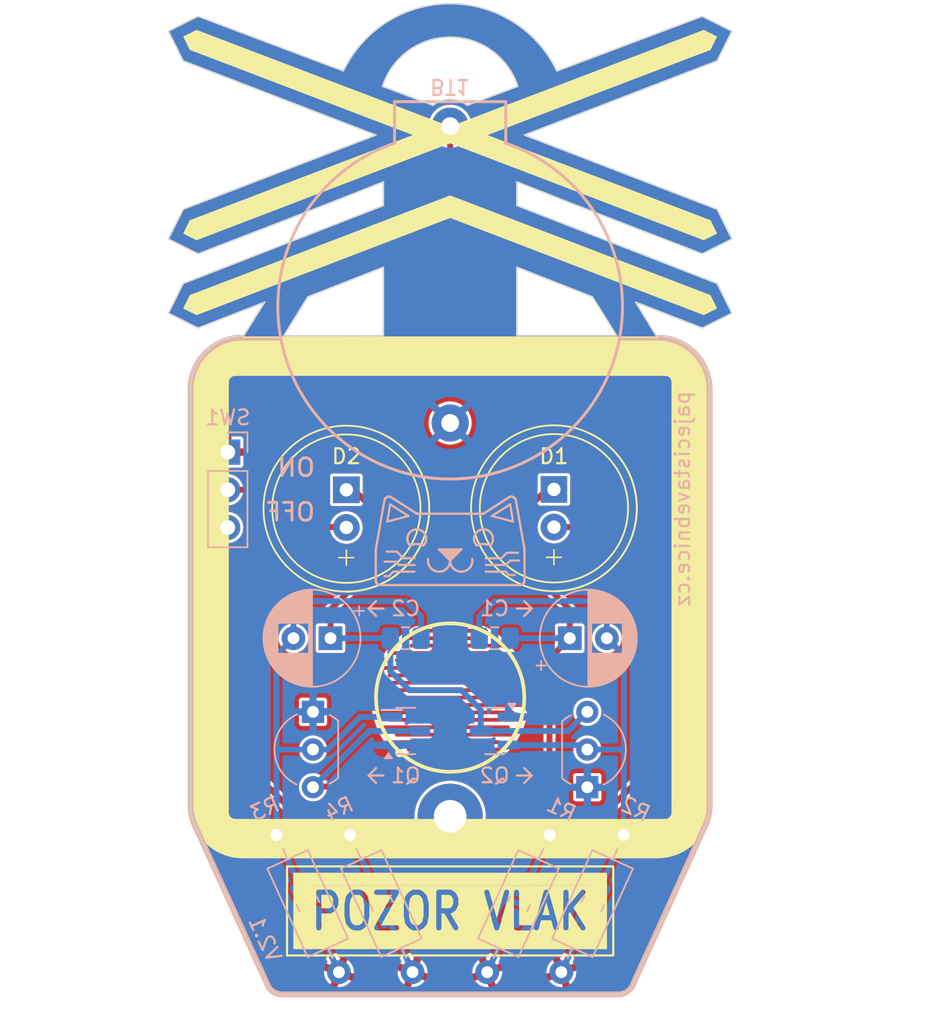
<source format=kicad_pcb>
(kicad_pcb (version 20241229) (generator "pcbnew") (generator_version "9.0")
  (layers (0 "F.Cu" signal) (2 "B.Cu" signal) (13 "F.Paste" user) (15 "B.Paste" user) (5 "F.SilkS" user "F.Silkscreen") (7 "B.SilkS" user "B.Silkscreen") (1 "F.Mask" user) (3 "B.Mask" user) (25 "Edge.Cuts" user))
  (net 0 "")
  (net 1 "/mid_1")
  (net 2 "/side_1")
  (net 3 "Net-(D1-A)")
  (net 4 "Net-(D2-A)")
  (net 5 "+3.3V")
  (net 6 "GND")
  (net 7 "/side_2")
  (net 8 "/mid_2")
  (net 9 "Net-(BT1-+)")
  (footprint "lib:LED_D10.0mm" (layer "F.Cu") (at 127 128 -90)
    (property "Reference" "D2")
    (property "Value" "RED")
  )
  (footprint "lib:LED_D10.0mm" (layer "F.Cu") (at 141 127.975 -90)
    (property "Reference" "D1")
    (property "Value" "RED")
  )
  (footprint "lib:Touchpad_resistive" (layer "F.Cu") (at 134 142)
    (property "Reference" "PAD1" (hide yes))
    (property "Value" "WHITE_PAD" (hide yes))
  )
  (footprint "MountingHole:MountingHole_2.2mm_M2_Pad" (layer "F.Cu") (at 134 150 15)
    (property "Reference" "H1" (hide yes))
    (property "Value" "MountingHole")
  )
  (footprint "Package_TO_SOT_THT:TO-92L_Inline_Wide" (layer "B.Cu") (at 124.75 142.96 -90)
    (property "Reference" "Q1")
    (property "Value" "2N3904")
  )
  (footprint "Connector_PinHeader_2.54mm:PinHeader_1x03_P2.54mm_Vertical" (layer "B.Cu") (at 119 125.46 180)
    (property "Reference" "SW1")
    (property "Value" "SW_SPDT")
  )
  (footprint "Capacitor_THT:CP_Radial_D6.3mm_P2.50mm" (layer "B.Cu") (at 125.932379 138.000001 180)
    (property "Reference" "C2")
    (property "Value" "47u")
  )
  (footprint "lib:R_Axial_SMD_DIN0207_L6.3mm_D2.5mm_P10.16mm_Horizontal" (layer "B.Cu") (at 124.393358 155.877397 114.5)
    (property "Reference" "R3")
    (property "Value" "62k")
  )
  (footprint "Package_TO_SOT_SMD:SOT-23" (layer "B.Cu") (at 131 144.25)
    (property "Reference" "Q3" (hide yes))
    (property "Value" "2N3904" (hide yes))
  )
  (footprint "Capacitor_THT:CP_Radial_D6.3mm_P2.50mm" (layer "B.Cu") (at 142.067621 138)
    (property "Reference" "C1")
    (property "Value" "47u")
  )
  (footprint "Capacitor_SMD:C_0805_2012Metric_Pad1.18x1.45mm_HandSolder" (layer "B.Cu") (at 131 138 180)
    (property "Reference" "C4" (hide yes))
    (property "Value" "47u" (hide yes))
  )
  (footprint "lib:R_Axial_SMD_DIN0207_L6.3mm_D2.5mm_P10.16mm_Horizontal" (layer "B.Cu") (at 138.606641 155.877397 65.5)
    (property "Reference" "R1")
    (property "Value" "100R")
  )
  (footprint "lib:CONNFLY_DS1092-04" (layer "B.Cu") (at 134 115.65 90)
    (property "Reference" "BT1")
    (property "Value" "3V")
  )
  (footprint "Package_TO_SOT_THT:TO-92L_Inline_Wide" (layer "B.Cu") (at 143.25 148.039999 90)
    (property "Reference" "Q2")
    (property "Value" "2N3904")
  )
  (footprint "Package_TO_SOT_SMD:SOT-23" (layer "B.Cu") (at 137 144.25 180)
    (property "Reference" "Q4" (hide yes))
    (property "Value" "2N3904" (hide yes))
  )
  (footprint "lib:R_Axial_SMD_DIN0207_L6.3mm_D2.5mm_P10.16mm_Horizontal" (layer "B.Cu") (at 143.606642 155.877397 65.5)
    (property "Reference" "R2")
    (property "Value" "62k")
  )
  (footprint "lib:R_Axial_SMD_DIN0207_L6.3mm_D2.5mm_P10.16mm_Horizontal" (layer "B.Cu") (at 129.356641 155.872603 114.5)
    (property "Reference" "R4")
    (property "Value" "100R")
  )
  (footprint "Capacitor_SMD:C_0805_2012Metric_Pad1.18x1.45mm_HandSolder" (layer "B.Cu") (at 137 138 180)
    (property "Reference" "C3" (hide yes))
    (property "Value" "47u" (hide yes))
  )
  (gr_line (start 140.75 151.25) (end 139 155) (stroke (width 0.4)) (layer "B.Cu") (net 3))
  (gr_line (start 141.5 160.5) (end 143.249999 156.75) (stroke (width 0.4)) (layer "B.Cu") (net 5))
  (gr_line (start 122.25 151.25) (end 124 155) (stroke (width 0.4)) (layer "B.Cu") (net 8))
  (gr_line (start 136.5 160.5) (end 138.249999 156.75) (stroke (width 0.4)) (layer "B.Cu") (net 5))
  (gr_line (start 131.5 160.5) (end 129.750001 156.75) (stroke (width 0.4)) (layer "B.Cu") (net 5))
  (gr_line (start 126.5 160.5) (end 124.750001 156.75) (stroke (width 0.4)) (layer "B.Cu") (net 5))
  (gr_line (start 145.75 151.25) (end 144 155) (stroke (width 0.4)) (layer "B.Cu") (net 1))
  (gr_line (start 127.25 151.25) (end 129 155) (stroke (width 0.4)) (layer "B.Cu") (net 4))
  (gr_poly (pts (xy 151.9 115.75) (xy 151.1 116.15) (xy 134 109.6) (xy 116.9 116.15) (xy 116.1 115.75) (xy 116.5 114.95) (xy 134 108.25) (xy 151.5 114.95)) (stroke (width 0.15)) (fill yes) (layer "F.SilkS"))
  (gr_line (start 116.9 116.14) (end 134 109.6) (stroke (width 0.15)) (layer "F.SilkS"))
  (gr_line (start 119.5 150.25) (end 148.5 150.249999) (stroke (width 0.15)) (layer "F.SilkS"))
  (gr_line (start 151.5 109.9) (end 136.3 104.1) (stroke (width 0.15)) (layer "F.SilkS"))
  (gr_line (start 116.100001 97.499998) (end 116.500001 98.299996) (stroke (width 0.15)) (layer "F.SilkS"))
  (gr_line (start 151.9 115.74) (end 151.5 114.94) (stroke (width 0.15)) (layer "F.SilkS"))
  (gr_line (start 116.900003 97.099997) (end 134.000001 103.639996) (stroke (width 0.15)) (layer "F.SilkS"))
  (gr_line (start 116.5 109.9) (end 131.7 104.1) (stroke (width 0.15)) (layer "F.SilkS"))
  (gr_rect (start 149.05 121.250002) (end 151.5 149.250002) (stroke (width 0.15)) (fill yes) (layer "F.SilkS"))
  (gr_line (start 151.9 110.7) (end 151.5 109.9) (stroke (width 0.15)) (layer "F.SilkS"))
  (gr_line (start 120 117.75) (end 148 117.75) (stroke (width 0.15)) (layer "F.SilkS"))
  (gr_line (start 151.900001 97.499997) (end 151.5 98.299995) (stroke (width 0.15)) (layer "F.SilkS"))
  (gr_line (start 116.1 110.7) (end 116.5 109.9) (stroke (width 0.15)) (layer "F.SilkS"))
  (gr_line (start 116.9 111.1) (end 134 104.56) (stroke (width 0.15)) (layer "F.SilkS"))
  (gr_arc (start 148 117.750002) (mid 150.474873 118.775128) (end 151.5 121.250002) (stroke (width 0.15)) (layer "F.SilkS"))
  (gr_poly (pts (xy 144.5 158.875001) (xy 143.425 158.875001) (xy 143.425 154.124999) (xy 144.5 154.124999)) (stroke (width 0.15)) (fill yes) (layer "F.SilkS"))
  (gr_line (start 116.5 114.94) (end 134 108.25) (stroke (width 0.15)) (layer "F.SilkS"))
  (gr_arc (start 150.271582 149.4) (mid 149.650003 150.951224) (end 148.071582 151.499998) (stroke (width 2.4)) (layer "F.SilkS"))
  (gr_line (start 119 149.75) (end 119 120.75) (stroke (width 0.15)) (layer "F.SilkS"))
  (gr_line (start 120 152.75) (end 148 152.75) (stroke (width 0.15)) (layer "F.SilkS"))
  (gr_rect (start 123 153.375) (end 145 159.375) (stroke (width 0.15)) (fill no) (layer "F.SilkS"))
  (gr_line (start 151.1 116.14) (end 134 109.6) (stroke (width 0.15)) (layer "F.SilkS"))
  (gr_line (start 151.100005 97.099997) (end 151.900001 97.499997) (stroke (width 0.15)) (layer "F.SilkS"))
  (gr_line (start 116.9 111.1) (end 116.1 110.7) (stroke (width 0.15)) (layer "F.SilkS"))
  (gr_line (start 151.100005 97.099997) (end 134.000001 103.639996) (stroke (width 0.15)) (layer "F.SilkS"))
  (gr_line (start 116.5 149.25) (end 116.5 121.25) (stroke (width 0.15)) (layer "F.SilkS"))
  (gr_line (start 116.900003 97.099997) (end 116.100001 97.499998) (stroke (width 0.15)) (layer "F.SilkS"))
  (gr_poly (pts (xy 120.000001 152.749999) (xy 120 150.299999) (xy 148 150.299999) (xy 148 152.75)) (stroke (width 0.15)) (fill yes) (layer "F.SilkS"))
  (gr_rect (start 116.5 121.25) (end 118.95 149.25) (stroke (width 0.15)) (fill yes) (layer "F.SilkS"))
  (gr_line (start 116.1 115.74) (end 116.5 114.94) (stroke (width 0.15)) (layer "F.SilkS"))
  (gr_line (start 116.500001 98.299996) (end 131.7 104.1) (stroke (width 0.15)) (layer "F.SilkS"))
  (gr_line (start 116.9 116.14) (end 116.1 115.74) (stroke (width 0.15)) (layer "F.SilkS"))
  (gr_line (start 151.1 116.14) (end 151.9 115.74) (stroke (width 0.15)) (layer "F.SilkS"))
  (gr_arc (start 151.5 149.25) (mid 150.474874 151.724874) (end 148 152.75) (stroke (width 0.15)) (layer "F.SilkS"))
  (gr_arc (start 148.1 119) (mid 149.681559 119.588962) (end 150.248806 121.178419) (stroke (width 2.4)) (layer "F.SilkS"))
  (gr_rect (start 123.5 154.125) (end 124.7 158.875) (stroke (width 0.15)) (fill yes) (layer "F.SilkS"))
  (gr_line (start 151.5 114.94) (end 134 108.25) (stroke (width 0.15)) (layer "F.SilkS"))
  (gr_arc (start 119 120.75) (mid 119.146447 120.396447) (end 119.5 120.25) (stroke (width 0.15)) (layer "F.SilkS"))
  (gr_arc (start 117.76102 121.131527) (mid 118.35001 119.550029) (end 119.93944 118.982721) (stroke (width 2.4)) (layer "F.SilkS"))
  (gr_line (start 151.5 98.299995) (end 136.300002 104.099993) (stroke (width 0.15)) (layer "F.SilkS"))
  (gr_line (start 151.5 149.25) (end 151.5 121.25) (stroke (width 0.15)) (layer "F.SilkS"))
  (gr_arc (start 148.5 120.25) (mid 148.853553 120.396447) (end 149 120.75) (stroke (width 0.15)) (layer "F.SilkS"))
  (gr_rect (start 123.5 153.875) (end 144.5 154.587499) (stroke (width 0.15)) (fill yes) (layer "F.SilkS"))
  (gr_arc (start 148.999999 149.75) (mid 148.853553 150.103553) (end 148.5 150.249999) (stroke (width 0.15)) (layer "F.SilkS"))
  (gr_arc (start 116.5 121.25) (mid 117.525126 118.775126) (end 120 117.75) (stroke (width 0.15)) (layer "F.SilkS"))
  (gr_line (start 148.5 120.25) (end 119.5 120.25) (stroke (width 0.15)) (layer "F.SilkS"))
  (gr_poly (pts (xy 119.950001 120.2) (xy 119.95 117.75) (xy 147.95 117.75) (xy 147.95 120.200001)) (stroke (width 0.15)) (fill yes) (layer "F.SilkS"))
  (gr_poly (pts (xy 134 104.575) (xy 151.1 111.1) (xy 151.9 110.7) (xy 151.5 109.9) (xy 136.3 104.1) (xy 151.5 98.3) (xy 151.9 97.5) (xy 151.1 97.1) (xy 134 103.6) (xy 116.9 97.1) (xy 116.1 97.5) (xy 116.5 98.3) (xy 131.7 104.1) (xy 116.5 109.9) (xy 116.1 110.7) (xy 116.9 111.1)) (stroke (width 0.15)) (fill yes) (layer "F.SilkS"))
  (gr_rect (start 124 158) (end 144 158.875) (stroke (width 0.15)) (fill yes) (layer "F.SilkS"))
  (gr_arc (start 119.5 150.25) (mid 119.146447 150.103553) (end 119 149.75) (stroke (width 0.15)) (layer "F.SilkS"))
  (gr_line (start 151.1 111.1) (end 134 104.56) (stroke (width 0.15)) (layer "F.SilkS"))
  (gr_arc (start 120 152.75) (mid 117.525126 151.724874) (end 116.5 149.25) (stroke (width 0.15)) (layer "F.SilkS"))
  (gr_arc (start 119.95 151.499998) (mid 118.371566 150.951209) (end 117.75 149.4) (stroke (width 2.4)) (layer "F.SilkS"))
  (gr_line (start 151.1 111.1) (end 151.9 110.7) (stroke (width 0.15)) (layer "F.SilkS"))
  (gr_line (start 149 120.75) (end 148.999999 149.75) (stroke (width 0.15)) (layer "F.SilkS"))
  (gr_line (start 131.628278 130.677502) (end 131.658466 130.672405) (stroke (width 0.15) (color 255 255 255 1)) (layer "B.SilkS"))
  (gr_line (start 131.256143 130.900578) (end 131.277258 130.875987) (stroke (width 0.15) (color 255 255 255 1)) (layer "B.SilkS"))
  (gr_line (start 138.838009 134.38708) (end 138.824629 134.393008) (stroke (width 0.15) (color 255 255 255 1)) (layer "B.SilkS"))
  (gr_line (start 134.167822 133.238955) (end 134.152146 133.218981) (stroke (width 0.15) (color 255 255 255 1)) (layer "B.SilkS"))
  (gr_line (start 135.981859 130.724828) (end 136.010351 130.712451) (stroke (width 0.15) (color 255 255 255 1)) (layer "B.SilkS"))
  (gr_line (start 135.777259 130.875987) (end 135.79983 130.852245) (stroke (width 0.15) (color 255 255 255 1)) (layer "B.SilkS"))
  (gr_line (start 129.593403 128.63928) (end 129.601437 128.622764) (stroke (width 0.15) (color 255 255 255 1)) (layer "B.SilkS"))
  (gr_line (start 135.701532 131.625606) (end 135.686242 131.598188) (stroke (width 0.15) (color 255 255 255 1)) (layer "B.SilkS"))
  (gr_line (start 136.478616 131.680683) (end 136.534926 131.694099) (stroke (width 0.15) (color 255 255 255 1)) (layer "B.SilkS"))
  (gr_line (start 138.709824 134.415844) (end 129.289824 134.415844) (stroke (width 0.15) (color 255 255 255 1)) (layer "B.SilkS"))
  (gr_line (start 129.067433 134.317197) (end 129.057763 134.305972) (stroke (width 0.15) (color 255 255 255 1)) (layer "B.SilkS"))
  (gr_line (start 132.634373 133.19455) (end 132.606744 133.15185) (stroke (width 0.15) (color 255 255 255 1)) (layer "B.SilkS"))
  (gr_line (start 131.256138 131.703901) (end 131.23648 131.678519) (stroke (width 0.15) (color 255 255 255 1)) (layer "B.SilkS"))
  (gr_line (start 116.499186 121.25) (end 116.499186 149.25) (stroke (width 0.4)) (layer "B.SilkS"))
  (gr_line (start 136.599987 130.770699) (end 136.626104 130.788901) (stroke (width 0.15) (color 255 255 255 1)) (layer "B.SilkS"))
  (gr_line (start 138.921956 134.327976) (end 138.911176 134.338235) (stroke (width 0.15) (color 255 255 255 1)) (layer "B.SilkS"))
  (gr_line (start 134.122891 133.177544) (end 134.109337 133.156119) (stroke (width 0.15) (color 255 255 255 1)) (layer "B.SilkS"))
  (gr_line (start 138.00296 128.491595) (end 138.019899 128.484114) (stroke (width 0.15) (color 255 255 255 1)) (layer "B.SilkS"))
  (gr_line (start 133.971439 132.970335) (end 133.955863 133.018925) (stroke (width 0.15) (color 255 255 255 1)) (layer "B.SilkS"))
  (gr_line (start 138.389207 128.606811) (end 138.398212 128.622764) (stroke (width 0.15) (color 255 255 255 1)) (layer "B.SilkS"))
  (gr_line (start 131.864694 131.662795) (end 131.921833 131.670249) (stroke (width 0.15) (color 255 255 255 1)) (layer "B.SilkS"))
  (gr_line (start 138.145319 128.462431) (end 138.163588 128.463767) (stroke (width 0.15) (color 255 255 255 1)) (layer "B.SilkS"))
  (gr_line (start 131.978616 131.680683) (end 132.034925 131.694099) (stroke (width 0.15) (color 255 255 255 1)) (layer "B.SilkS"))
  (gr_line (start 129 147.75) (end 128.5 147.25) (stroke (width 0.15)) (layer "B.SilkS"))
  (gr_line (start 131.827164 129.61565) (end 131.816432 129.615071) (stroke (width 0.15) (color 255 255 255 1)) (layer "B.SilkS"))
  (gr_line (start 138.974482 134.257111) (end 138.967266 134.269871) (stroke (width 0.15) (color 255 255 255 1)) (layer "B.SilkS"))
  (gr_line (start 136.874565 131.423785) (end 136.868013 131.453747) (stroke (width 0.15) (color 255 255 255 1)) (layer "B.SilkS"))
  (gr_line (start 133.983717 132.920578) (end 133.971439 132.970335) (stroke (width 0.15) (color 255 255 255 1)) (layer "B.SilkS"))
  (gr_line (start 132.500173 132.78946) (end 132.49981 132.763651) (stroke (width 0.15) (color 255 255 255 1)) (layer "B.SilkS"))
  (gr_line (start 138.090621 128.465107) (end 138.108783 128.463105) (stroke (width 0.15) (color 255 255 255 1)) (layer "B.SilkS"))
  (gr_line (start 136.460353 130.701529) (end 136.489297 130.712451) (stroke (width 0.15) (color 255 255 255 1)) (layer "B.SilkS"))
  (gr_line (start 135.718278 131.652401) (end 135.701532 131.625606) (stroke (width 0.15) (color 255 255 255 1)) (layer "B.SilkS"))
  (gr_line (start 135.660031 131.541712) (end 135.64911 131.512767) (stroke (width 0.15) (color 255 255 255 1)) (layer "B.SilkS"))
  (gr_line (start 133.593664 133.432434) (end 133.546326 133.454804) (stroke (width 0.15) (color 255 255 255 1)) (layer "B.SilkS"))
  (gr_line (start 131.72319 129.593026) (end 131.713381 129.588759) (stroke (width 0.15) (color 255 255 255 1)) (layer "B.SilkS"))
  (gr_line (start 136.626104 130.788901) (end 136.651486 130.80856) (stroke (width 0.15) (color 255 255 255 1)) (layer "B.SilkS"))
  (gr_line (start 129.135797 134.373286) (end 129.123383 134.365441) (stroke (width 0.15) (color 255 255 255 1)) (layer "B.SilkS"))
  (gr_line (start 129.00739 134.216996) (end 129.002791 134.203095) (stroke (width 0.15) (color 255 255 255 1)) (layer "B.SilkS"))
  (gr_line (start 132.243504 130.900578) (end 132.263163 130.92596) (stroke (width 0.15) (color 255 255 255 1)) (layer "B.SilkS"))
  (gr_line (start 132.327236 131.034274) (end 132.339614 131.062766) (stroke (width 0.15) (color 255 255 255 1)) (layer "B.SilkS"))
  (gr_line (start 136.219296 130.666581) (end 136.249824 130.665853) (stroke (width 0.15) (color 255 255 255 1)) (layer "B.SilkS"))
  (gr_line (start 128.998871 134.188969) (end 128.995641 134.174645) (stroke (width 0.15) (color 255 255 255 1)) (layer "B.SilkS"))
  (gr_line (start 138.235461 128.480359) (end 138.252867 128.48734) (stroke (width 0.15) (color 255 255 255 1)) (layer "B.SilkS"))
  (gr_line (start 131.684873 129.573851) (end 131.67571 129.568189) (stroke (width 0.15) (color 255 255 255 1)) (layer "B.SilkS"))
  (gr_line (start 136.813403 131.00629) (end 136.827237 131.034274) (stroke (width 0.15) (color 255 255 255 1)) (layer "B.SilkS"))
  (gr_line (start 131.763691 129.606508) (end 131.753395 129.603681) (stroke (width 0.15) (color 255 255 255 1)) (layer "B.SilkS"))
  (gr_line (start 132.385486 131.332767) (end 132.383302 131.363238) (stroke (width 0.15) (color 255 255 255 1)) (layer "B.SilkS"))
  (gr_line (start 139.006342 131.996491) (end 139.007264 132.002958) (stroke (width 0.15) (color 255 255 255 1)) (layer "B.SilkS"))
  (gr_line (start 131.521032 131.680683) (end 131.577815 131.670249) (stroke (width 0.15) (color 255 255 255 1)) (layer "B.SilkS"))
  (gr_line (start 129.944878 128.472418) (end 129.962462 128.47772) (stroke (width 0.15) (color 255 255 255 1)) (layer "B.SilkS"))
  (gr_line (start 129.927049 128.468213) (end 129.944878 128.472418) (stroke (width 0.15) (color 255 255 255 1)) (layer "B.SilkS"))
  (gr_line (start 129.586374 128.656319) (end 129.593403 128.63928) (stroke (width 0.15) (color 255 255 255 1)) (layer "B.SilkS"))
  (gr_line (start 132.360001 131.121051) (end 132.36801 131.15073) (stroke (width 0.15) (color 255 255 255 1)) (layer "B.SilkS"))
  (gr_line (start 136.839617 131.541712) (end 136.82724 131.570204) (stroke (width 0.15) (color 255 255 255 1)) (layer "B.SilkS"))
  (gr_line (start 131.277253 131.728492) (end 131.256138 131.703901) (stroke (width 0.15) (color 255 255 255 1)) (layer "B.SilkS"))
  (gr_line (start 138.217778 128.474515) (end 138.235461 128.480359) (stroke (width 0.15) (color 255 255 255 1)) (layer "B.SilkS"))
  (gr_line (start 134.237251 133.313435) (end 134.218909 133.295666) (stroke (width 0.15) (color 255 255 255 1)) (layer "B.SilkS"))
  (gr_line (start 131.810823 130.668765) (end 131.841181 130.672406) (stroke (width 0.15) (color 255 255 255 1)) (layer "B.SilkS"))
  (gr_line (start 136.573191 130.753953) (end 136.599987 130.770699) (stroke (width 0.15) (color 255 255 255 1)) (layer "B.SilkS"))
  (gr_line (start 129.68305 128.525237) (end 129.697947 128.514383) (stroke (width 0.15) (color 255 255 255 1)) (layer "B.SilkS"))
  (gr_line (start 129.601437 128.622764) (end 129.610441 128.606811) (stroke (width 0.15) (color 255 255 255 1)) (layer "B.SilkS"))
  (gr_line (start 136.249824 131.656833) (end 136.307318 131.658324) (stroke (width 0.15) (color 255 255 255 1)) (layer "B.SilkS"))
  (gr_line (start 131.816432 129.615071) (end 131.805749 129.614111) (stroke (width 0.15) (color 255 255 255 1)) (layer "B.SilkS"))
  (gr_line (start 137.970339 128.509804) (end 136.323939 129.568189) (stroke (width 0.15) (color 255 255 255 1)) (layer "B.SilkS"))
  (gr_line (start 135.799824 131.752234) (end 135.777253 131.728492) (stroke (width 0.15) (color 255 255 255 1)) (layer "B.SilkS"))
  (gr_line (start 135.439059 133.06162) (end 135.417505 133.107514) (stroke (width 0.15) (color 255 255 255 1)) (layer "B.SilkS"))
  (gr_line (start 131.749824 130.665853) (end 131.780352 130.666581) (stroke (width 0.15) (color 255 255 255 1)) (layer "B.SilkS"))
  (gr_line (start 132.263163 130.92596) (end 132.281366 130.952077) (stroke (width 0.15) (color 255 255 255 1)) (layer "B.SilkS"))
  (gr_line (start 134.218909 133.295666) (end 134.201215 133.277316) (stroke (width 0.15) (color 255 255 255 1)) (layer "B.SilkS"))
  (gr_line (start 135.736485 130.92596) (end 135.756144 130.900578) (stroke (width 0.15) (color 255 255 255 1)) (layer "B.SilkS"))
  (gr_line (start 136.323939 129.568204) (end 136.314775 129.573865) (stroke (width 0.15) (color 255 255 255 1)) (layer "B.SilkS"))
  (gr_line (start 135.899662 130.770699) (end 135.926457 130.753952) (stroke (width 0.15) (color 255 255 255 1)) (layer "B.SilkS"))
  (gr_line (start 129.111342 134.356977) (end 129.099696 134.347905) (stroke (width 0.15) (color 255 255 255 1)) (layer "B.SilkS"))
  (gr_line (start 138.5 136) (end 139.5 136) (stroke (width 0.15)) (layer "B.SilkS"))
  (gr_line (start 135.619988 131.210881) (end 135.625084 131.180692) (stroke (width 0.15) (color 255 255 255 1)) (layer "B.SilkS"))
  (gr_line (start 129.571629 128.710159) (end 129.575454 128.691799) (stroke (width 0.15) (color 255 255 255 1)) (layer "B.SilkS"))
  (gr_line (start 135.639644 131.483427) (end 135.631636 131.453747) (stroke (width 0.15) (color 255 255 255 1)) (layer "B.SilkS"))
  (gr_line (start 128.990463 132.022479) (end 128.99096 132.015972) (stroke (width 0.15) (color 255 255 255 1)) (layer "B.SilkS"))
  (gr_line (start 131.753395 129.603681) (end 131.743207 129.60049) (stroke (width 0.15) (color 255 255 255 1)) (layer "B.SilkS"))
  (gr_line (start 132.716123 133.292862) (end 132.69836 133.274247) (stroke (width 0.15) (color 255 255 255 1)) (layer "B.SilkS"))
  (gr_line (start 132.385486 131.271711) (end 132.386214 131.302239) (stroke (width 0.15) (color 255 255 255 1)) (layer "B.SilkS"))
  (gr_line (start 136.19233 131.658324) (end 136.249824 131.656833) (stroke (width 0.15) (color 255 255 255 1)) (layer "B.SilkS"))
  (gr_line (start 133.348623 133.509375) (end 133.298007 133.514354) (stroke (width 0.15) (color 255 255 255 1)) (layer "B.SilkS"))
  (gr_line (start 138.95942 134.282284) (end 138.950957 134.294326) (stroke (width 0.15) (color 255 255 255 1)) (layer "B.SilkS"))
  (gr_line (start 133.76236 133.313471) (end 133.723773 133.347191) (stroke (width 0.15) (color 255 255 255 1)) (layer "B.SilkS"))
  (gr_line (start 128.992379 132.002994) (end 128.9933 131.996528) (stroke (width 0.15) (color 255 255 255 1)) (layer "B.SilkS"))
  (gr_line (start 135.649112 131.09171) (end 135.660034 131.062766) (stroke (width 0.15) (color 255 255 255 1)) (layer "B.SilkS"))
  (gr_line (start 129.962462 128.47772) (end 129.97975 128.484114) (stroke (width 0.15) (color 255 255 255 1)) (layer "B.SilkS"))
  (gr_line (start 131.598315 130.684055) (end 131.628278 130.677502) (stroke (width 0.15) (color 255 255 255 1)) (layer "B.SilkS"))
  (gr_line (start 131.172408 131.570204) (end 131.16003 131.541712) (stroke (width 0.15) (color 255 255 255 1)) (layer "B.SilkS"))
  (gr_line (start 129.764187 128.480359) (end 129.78187 128.474515) (stroke (width 0.15) (color 255 255 255 1)) (layer "B.SilkS"))
  (gr_line (start 121.750001 161.5) (end 116.69 150.39) (stroke (width 0.4)) (layer "B.SilkS"))
  (gr_line (start 136.82724 131.570204) (end 136.813406 131.598188) (stroke (width 0.15) (color 255 255 255 1)) (layer "B.SilkS"))
  (gr_line (start 131.568636 130.692064) (end 131.598315 130.684055) (stroke (width 0.15) (color 255 255 255 1)) (layer "B.SilkS"))
  (gr_line (start 132.69836 133.274247) (end 132.664936 133.235405) (stroke (width 0.15) (color 255 255 255 1)) (layer "B.SilkS"))
  (gr_line (start 131.373544 130.788901) (end 131.399661 130.770699) (stroke (width 0.15) (color 255 255 255 1)) (layer "B.SilkS"))
  (gr_line (start 136.743509 131.703901) (end 136.722395 131.728492) (stroke (width 0.15) (color 255 255 255 1)) (layer "B.SilkS"))
  (gr_line (start 134.338283 133.392912) (end 134.316873 133.37833) (stroke (width 0.15) (color 255 255 255 1)) (layer "B.SilkS"))
  (gr_line (start 138.127033 128.462212) (end 138.145319 128.462431) (stroke (width 0.15) (color 255 255 255 1)) (layer "B.SilkS"))
  (gr_line (start 138.782949 134.406796) (end 138.768624 134.410026) (stroke (width 0.15) (color 255 255 255 1)) (layer "B.SilkS"))
  (gr_line (start 138.996856 134.203095) (end 138.992257 134.216996) (stroke (width 0.15) (color 255 255 255 1)) (layer "B.SilkS"))
  (gr_line (start 131.784565 129.611056) (end 131.774084 129.608967) (stroke (width 0.15) (color 255 255 255 1)) (layer "B.SilkS"))
  (gr_line (start 134.096513 133.134249) (end 134.084432 133.111953) (stroke (width 0.15) (color 255 255 255 1)) (layer "B.SilkS"))
  (gr_line (start 131.160033 131.062766) (end 131.172411 131.034273) (stroke (width 0.15) (color 255 255 255 1)) (layer "B.SilkS"))
  (gr_line (start 136.307318 131.658324) (end 136.364694 131.662795) (stroke (width 0.15) (color 255 255 255 1)) (layer "B.SilkS"))
  (gr_line (start 134.952822 133.487915) (end 134.90342 133.500005) (stroke (width 0.15) (color 255 255 255 1)) (layer "B.SilkS"))
  (gr_line (start 138.33075 128.536944) (end 138.344125 128.549461) (stroke (width 0.15) (color 255 255 255 1)) (layer "B.SilkS"))
  (gr_line (start 132.501421 132.81516) (end 132.500173 132.78946) (stroke (width 0.15) (color 255 255 255 1)) (layer "B.SilkS"))
  (gr_line (start 132.339617 131.541712) (end 132.32724 131.570204) (stroke (width 0.15) (color 255 255 255 1)) (layer "B.SilkS"))
  (gr_line (start 136.51779 130.724829) (end 136.545773 130.738662) (stroke (width 0.15) (color 255 255 255 1)) (layer "B.SilkS"))
  (gr_line (start 136.246252 129.603689) (end 136.235956 129.606514) (stroke (width 0.15) (color 255 255 255 1)) (layer "B.SilkS"))
  (gr_line (start 132.176076 130.829675) (end 132.199818 130.852246) (stroke (width 0.15) (color 255 255 255 1)) (layer "B.SilkS"))
  (gr_line (start 133.831793 133.238993) (end 133.798397 133.277353) (stroke (width 0.15) (color 255 255 255 1)) (layer "B.SilkS"))
  (gr_line (start 132.36801 131.15073) (end 132.374564 131.180693) (stroke (width 0.15) (color 255 255 255 1)) (layer "B.SilkS"))
  (gr_line (start 129.088471 134.338235) (end 129.077691 134.327976) (stroke (width 0.15) (color 255 255 255 1)) (layer "B.SilkS"))
  (gr_line (start 139.008356 134.145495) (end 139.006536 134.160145) (stroke (width 0.15) (color 255 255 255 1)) (layer "B.SilkS"))
  (gr_line (start 138.739475 134.414376) (end 138.7247 134.415475) (stroke (width 0.15) (color 255 255 255 1)) (layer "B.SilkS"))
  (gr_line (start 133.682733 133.378361) (end 133.639332 133.406827) (stroke (width 0.15) (color 255 255 255 1)) (layer "B.SilkS"))
  (gr_line (start 129.289824 134.415844) (end 129.274947 134.415475) (stroke (width 0.15) (color 255 255 255 1)) (layer "B.SilkS"))
  (gr_arc (start 148.193521 117.75) (mid 150.542642 118.842586) (end 151.5 121.25) (stroke (width 0.4)) (layer "B.SilkS"))
  (gr_line (start 134.109337 133.156119) (end 134.096513 133.134249) (stroke (width 0.15) (color 255 255 255 1)) (layer "B.SilkS"))
  (gr_line (start 136.860004 131.483427) (end 136.850539 131.512767) (stroke (width 0.15) (color 255 255 255 1)) (layer "B.SilkS"))
  (gr_line (start 133.999824 132.765844) (end 133.998003 132.818179) (stroke (width 0.15) (color 255 255 255 1)) (layer "B.SilkS"))
  (gr_line (start 135.365243 133.194592) (end 135.334678 133.235444) (stroke (width 0.15) (color 255 255 255 1)) (layer "B.SilkS"))
  (gr_line (start 136.364694 131.662795) (end 136.421833 131.670249) (stroke (width 0.15) (color 255 255 255 1)) (layer "B.SilkS"))
  (gr_line (start 128.5 147.25) (end 129 146.75) (stroke (width 0.15)) (layer "B.SilkS"))
  (gr_line (start 129.58038 128.673839) (end 129.586374 128.656319) (stroke (width 0.15) (color 255 255 255 1)) (layer "B.SilkS"))
  (gr_line (start 130.029309 128.509804) (end 131.675709 129.568189) (stroke (width 0.15) (color 255 255 255 1)) (layer "B.SilkS"))
  (gr_line (start 139.005279 131.990044) (end 139.006342 131.996491) (stroke (width 0.15) (color 255 255 255 1)) (layer "B.SilkS"))
  (gr_line (start 129.161639 134.38708) (end 129.148556 134.380502) (stroke (width 0.15) (color 255 255 255 1)) (layer "B.SilkS"))
  (gr_line (start 132.950499 133.4536) (end 132.903983 133.431417) (stroke (width 0.15) (color 255 255 255 1)) (layer "B.SilkS"))
  (gr_line (start 132.313406 131.598188) (end 132.298116 131.625606) (stroke (width 0.15) (color 255 255 255 1)) (layer "B.SilkS"))
  (gr_line (start 138.19987 128.469805) (end 138.217778 128.474515) (stroke (width 0.15) (color 255 255 255 1)) (layer "B.SilkS"))
  (gr_line (start 136.215083 129.61106) (end 136.204525 129.612775) (stroke (width 0.15) (color 255 255 255 1)) (layer "B.SilkS"))
  (gr_line (start 133.915192 133.11199) (end 133.890284 133.156158) (stroke (width 0.15) (color 255 255 255 1)) (layer "B.SilkS"))
  (gr_line (start 132.374564 131.180693) (end 132.37966 131.210881) (stroke (width 0.15) (color 255 255 255 1)) (layer "B.SilkS"))
  (gr_line (start 132.360003 131.483427) (end 132.350538 131.512767) (stroke (width 0.15) (color 255 255 255 1)) (layer "B.SilkS"))
  (gr_line (start 131.299829 130.852245) (end 131.323572 130.829674) (stroke (width 0.15) (color 255 255 255 1)) (layer "B.SilkS"))
  (gr_line (start 139.006536 134.160145) (end 139.004006 134.174645) (stroke (width 0.15) (color 255 255 255 1)) (layer "B.SilkS"))
  (gr_line (start 133.798397 133.277353) (end 133.76236 133.313471) (stroke (width 0.15) (color 255 255 255 1)) (layer "B.SilkS"))
  (gr_line (start 132.506532 132.866149) (end 132.501421 132.81516) (stroke (width 0.15) (color 255 255 255 1)) (layer "B.SilkS"))
  (gr_line (start 132.501772 132.711785) (end 132.504114 132.68577) (stroke (width 0.15) (color 255 255 255 1)) (layer "B.SilkS"))
  (gr_line (start 134.752321 133.515891) (end 134.701589 133.514349) (stroke (width 0.15) (color 255 255 255 1)) (layer "B.SilkS"))
  (gr_line (start 135.686242 131.598188) (end 135.672408 131.570204) (stroke (width 0.15) (color 255 255 255 1)) (layer "B.SilkS"))
  (gr_line (start 135.616347 131.241239) (end 135.619988 131.210881) (stroke (width 0.15) (color 255 255 255 1)) (layer "B.SilkS"))
  (gr_line (start 136.781366 130.952077) (end 136.798112 130.978873) (stroke (width 0.15) (color 255 255 255 1)) (layer "B.SilkS"))
  (gr_line (start 134.000279 132.792085) (end 133.999824 132.765843) (stroke (width 0.15) (color 255 255 255 1)) (layer "B.SilkS"))
  (gr_line (start 136.699818 130.852246) (end 136.72239 130.875988) (stroke (width 0.15) (color 255 255 255 1)) (layer "B.SilkS"))
  (gr_poly (pts (xy 133.999824 132.765844) (xy 134.749824 132.015844) (xy 133.249824 132.015844)) (stroke (width 0.015) (color 255 255 255 1)) (fill yes) (layer "B.SilkS"))
  (gr_line (start 132.383302 131.363238) (end 132.379662 131.393596) (stroke (width 0.15) (color 255 255 255 1)) (layer "B.SilkS"))
  (gr_line (start 136.868011 131.15073) (end 136.874564 131.180693) (stroke (width 0.15) (color 255 255 255 1)) (layer "B.SilkS"))
  (gr_line (start 132.145648 131.729874) (end 132.199824 131.752234) (stroke (width 0.15) (color 255 255 255 1)) (layer "B.SilkS"))
  (gr_line (start 129.817859 128.466223) (end 129.83606 128.463766) (stroke (width 0.15) (color 255 255 255 1)) (layer "B.SilkS"))
  (gr_line (start 130.013225 128.50016) (end 130.029309 128.509804) (stroke (width 0.15) (color 255 255 255 1)) (layer "B.SilkS"))
  (gr_line (start 129.909027 128.465107) (end 129.927049 128.468213) (stroke (width 0.15) (color 255 255 255 1)) (layer "B.SilkS"))
  (gr_line (start 135.64911 131.512767) (end 135.639644 131.483427) (stroke (width 0.15) (color 255 255 255 1)) (layer "B.SilkS"))
  (gr_line (start 131.743207 129.60049) (end 131.733135 129.596938) (stroke (width 0.15) (color 255 255 255 1)) (layer "B.SilkS"))
  (gr_line (start 129.260172 134.414376) (end 129.245523 134.412556) (stroke (width 0.15) (color 255 255 255 1)) (layer "B.SilkS"))
  (gr_line (start 138.368414 128.576762) (end 138.379264 128.591464) (stroke (width 0.15) (color 255 255 255 1)) (layer "B.SilkS"))
  (gr_line (start 131.931012 130.692064) (end 131.960352 130.701529) (stroke (width 0.15) (color 255 255 255 1)) (layer "B.SilkS"))
  (gr_line (start 136.839614 131.062766) (end 136.850536 131.09171) (stroke (width 0.15) (color 255 255 255 1)) (layer "B.SilkS"))
  (gr_line (start 138.754125 134.412556) (end 138.739475 134.414376) (stroke (width 0.15) (color 255 255 255 1)) (layer "B.SilkS"))
  (gr_line (start 136.534926 131.694099) (end 136.590642 131.710496) (stroke (width 0.15) (color 255 255 255 1)) (layer "B.SilkS"))
  (gr_line (start 129.655523 128.549461) (end 129.668898 128.536944) (stroke (width 0.15) (color 255 255 255 1)) (layer "B.SilkS"))
  (gr_line (start 136.280352 130.666581) (end 136.310823 130.668765) (stroke (width 0.15) (color 255 255 255 1)) (layer "B.SilkS"))
  (gr_line (start 134.007038 132.869791) (end 134.003898 132.844078) (stroke (width 0.15) (color 255 255 255 1)) (layer "B.SilkS"))
  (gr_line (start 138.049824 128.978344) (end 138.237324 130.140844) (stroke (width 0.15) (color 255 255 255 1)) (layer "B.SilkS"))
  (gr_line (start 135.701536 130.978873) (end 135.718282 130.952077) (stroke (width 0.15) (color 255 255 255 1)) (layer "B.SilkS"))
  (gr_line (start 131.186245 131.00629) (end 131.201536 130.978873) (stroke (width 0.15) (color 255 255 255 1)) (layer "B.SilkS"))
  (gr_line (start 135.492279 132.659779) (end 135.49788 132.711836) (stroke (width 0.15) (color 255 255 255 1)) (layer "B.SilkS"))
  (gr_line (start 133.247275 133.515893) (end 133.196606 133.514004) (stroke (width 0.15) (color 255 255 255 1)) (layer "B.SilkS"))
  (gr_line (start 136.193899 129.614113) (end 136.183215 129.615073) (stroke (width 0.15) (color 255 255 255 1)) (layer "B.SilkS"))
  (gr_line (start 131.837934 129.615844) (end 136.161714 129.615844) (stroke (width 0.15) (color 255 255 255 1)) (layer "B.SilkS"))
  (gr_line (start 135.625084 131.180692) (end 135.631637 131.15073) (stroke (width 0.15) (color 255 255 255 1)) (layer "B.SilkS"))
  (gr_line (start 128.990108 132.028993) (end 128.990463 132.022479) (stroke (width 0.15) (color 255 255 255 1)) (layer "B.SilkS"))
  (gr_line (start 138.797075 134.402877) (end 138.782949 134.406796) (stroke (width 0.15) (color 255 255 255 1)) (layer "B.SilkS"))
  (gr_line (start 132.734575 133.310912) (end 132.716123 133.292862) (stroke (width 0.15) (color 255 255 255 1)) (layer "B.SilkS"))
  (gr_line (start 136.314775 129.573865) (end 136.305435 129.579181) (stroke (width 0.15) (color 255 255 255 1)) (layer "B.SilkS"))
  (gr_line (start 129.610441 128.606811) (end 129.620384 128.591464) (stroke (width 0.15) (color 255 255 255 1)) (layer "B.SilkS"))
  (gr_line (start 131.16003 131.541712) (end 131.149109 131.512767) (stroke (width 0.15) (color 255 255 255 1)) (layer "B.SilkS"))
  (gr_line (start 129.713556 128.504421) (end 129.729845 128.495393) (stroke (width 0.15) (color 255 255 255 1)) (layer "B.SilkS"))
  (gr_line (start 132.386214 131.302239) (end 132.385486 131.332767) (stroke (width 0.15) (color 255 255 255 1)) (layer "B.SilkS"))
  (gr_line (start 129.002791 134.203095) (end 128.998871 134.188969) (stroke (width 0.15) (color 255 255 255 1)) (layer "B.SilkS"))
  (gr_line (start 148.35 117.85) (end 145.55 117.85) (stroke (width 0.2)) (layer "B.SilkS"))
  (gr_line (start 134.084432 133.111953) (end 134.073105 133.08925) (stroke (width 0.15) (color 255 255 255 1)) (layer "B.SilkS"))
  (gr_line (start 129.97975 128.484114) (end 129.996688 128.491595) (stroke (width 0.15) (color 255 255 255 1)) (layer "B.SilkS"))
  (gr_line (start 129.175019 134.393008) (end 129.161639 134.38708) (stroke (width 0.15) (color 255 255 255 1)) (layer "B.SilkS"))
  (gr_line (start 138.344125 128.549461) (end 138.356691 128.562747) (stroke (width 0.15) (color 255 255 255 1)) (layer "B.SilkS"))
  (gr_line (start 134.360272 133.406798) (end 134.338283 133.392912) (stroke (width 0.15) (color 255 255 255 1)) (layer "B.SilkS"))
  (gr_line (start 132.542162 133.014327) (end 132.526974 132.965897) (stroke (width 0.15) (color 255 255 255 1)) (layer "B.SilkS"))
  (gr_line (start 132.77351 133.345235) (end 132.753707 133.328377) (stroke (width 0.15) (color 255 255 255 1)) (layer "B.SilkS"))
  (gr_line (start 136.305435 129.579181) (end 136.295929 129.584151) (stroke (width 0.15) (color 255 255 255 1)) (layer "B.SilkS"))
  (gr_line (start 135.777253 131.728492) (end 135.756139 131.703901) (stroke (width 0.15) (color 255 255 255 1)) (layer "B.SilkS"))
  (gr_line (start 132.903983 133.431417) (end 132.858787 133.405895) (stroke (width 0.15) (color 255 255 255 1)) (layer "B.SilkS"))
  (gr_line (start 129.874824 133.815844) (end 130.174824 133.515844) (stroke (width 0.15) (color 255 255 255 1)) (layer "B.SilkS"))
  (gr_line (start 134.600655 133.500932) (end 134.550812 133.489031) (stroke (width 0.15) (color 255 255 255 1)) (layer "B.SilkS"))
  (gr_line (start 132.07319 130.753953) (end 132.099986 130.770699) (stroke (width 0.15) (color 255 255 255 1)) (layer "B.SilkS"))
  (gr_line (start 131.749824 131.656833) (end 131.807318 131.658324) (stroke (width 0.15) (color 255 255 255 1)) (layer "B.SilkS"))
  (gr_line (start 135.873544 130.788901) (end 135.899662 130.770699) (stroke (width 0.15) (color 255 255 255 1)) (layer "B.SilkS"))
  (gr_line (start 132.582118 133.107469) (end 132.560567 133.061573) (stroke (width 0.15) (color 255 255 255 1)) (layer "B.SilkS"))
  (gr_line (start 131.119986 131.393596) (end 131.116346 131.363238) (stroke (width 0.15) (color 255 255 255 1)) (layer "B.SilkS"))
  (gr_line (start 129.216698 134.406796) (end 129.202573 134.402877) (stroke (width 0.15) (color 255 255 255 1)) (layer "B.SilkS"))
  (gr_line (start 133.999824 132.765844) (end 133.249824 132.015844) (stroke (width 0.15) (color 255 255 255 1)) (layer "B.SilkS"))
  (gr_line (start 134.382827 133.41997) (end 134.360272 133.406798) (stroke (width 0.15) (color 255 255 255 1)) (layer "B.SilkS"))
  (gr_line (start 133.546326 133.454804) (end 133.497973 133.473671) (stroke (width 0.15) (color 255 255 255 1)) (layer "B.SilkS"))
  (gr_line (start 136.295929 129.584151) (end 136.286266 129.58877) (stroke (width 0.15) (color 255 255 255 1)) (layer "B.SilkS"))
  (gr_line (start 132.151485 130.80856) (end 132.176076 130.829675) (stroke (width 0.15) (color 255 255 255 1)) (layer "B.SilkS"))
  (gr_line (start 131.426457 130.753952) (end 131.453875 130.738662) (stroke (width 0.15) (color 255 255 255 1)) (layer "B.SilkS"))
  (gr_line (start 136.798116 131.625606) (end 136.78137 131.652401) (stroke (width 0.15) (color 255 255 255 1)) (layer "B.SilkS"))
  (gr_line (start 134.043767 133.018893) (end 134.035575 132.994755) (stroke (width 0.15) (color 255 255 255 1)) (layer "B.SilkS"))
  (gr_line (start 136.860001 131.121051) (end 136.868011 131.15073) (stroke (width 0.15) (color 255 255 255 1)) (layer "B.SilkS"))
  (gr_line (start 134.853416 133.508707) (end 134.80299 133.514006) (stroke (width 0.15) (color 255 255 255 1)) (layer "B.SilkS"))
  (gr_line (start 133.890284 133.156158) (end 133.862454 133.198543) (stroke (width 0.15) (color 255 255 255 1)) (layer "B.SilkS"))
  (gr_line (start 136.098315 130.684055) (end 136.128278 130.677502) (stroke (width 0.15) (color 255 255 255 1)) (layer "B.SilkS"))
  (gr_line (start 132.32724 131.570204) (end 132.313406 131.598188) (stroke (width 0.15) (color 255 255 255 1)) (layer "B.SilkS"))
  (gr_line (start 129.188672 134.398277) (end 129.175019 134.393008) (stroke (width 0.15) (color 255 255 255 1)) (layer "B.SilkS"))
  (gr_line (start 129.631234 128.576762) (end 129.642958 128.562747) (stroke (width 0.15) (color 255 255 255 1)) (layer "B.SilkS"))
  (gr_arc (start 146.249999 161.5) (mid 145.816668 161.883337) (end 145.25 162) (stroke (width 0.4)) (layer "B.SilkS"))
  (gr_line (start 129.5 147.25) (end 128.5 147.25) (stroke (width 0.15)) (layer "B.SilkS"))
  (gr_line (start 136.421833 131.670249) (end 136.478616 131.680683) (stroke (width 0.15) (color 255 255 255 1)) (layer "B.SilkS"))
  (gr_line (start 136.812324 129.765844) (end 138.049824 128.978344) (stroke (width 0.15) (color 255 255 255 1)) (layer "B.SilkS"))
  (gr_line (start 130.849824 132.615844) (end 130.399824 132.165844) (stroke (width 0.15) (color 255 255 255 1)) (layer "B.SilkS"))
  (gr_line (start 130.549824 133.065844) (end 130.324824 132.840844) (stroke (width 0.15) (color 255 255 255 1)) (layer "B.SilkS"))
  (gr_line (start 135.334678 133.235444) (end 135.301251 133.274284) (stroke (width 0.15) (color 255 255 255 1)) (layer "B.SilkS"))
  (gr_line (start 136.885486 131.271711) (end 136.886214 131.302239) (stroke (width 0.15) (color 255 255 255 1)) (layer "B.SilkS"))
  (gr_line (start 131.837934 129.615844) (end 131.827164 129.61565) (stroke (width 0.15) (color 255 255 255 1)) (layer "B.SilkS"))
  (gr_line (start 136.204525 129.612775) (end 136.193899 129.614113) (stroke (width 0.15) (color 255 255 255 1)) (layer "B.SilkS"))
  (gr_line (start 139.5 136) (end 139 136.5) (stroke (width 0.15)) (layer "B.SilkS"))
  (gr_line (start 135.472659 132.965947) (end 135.457468 133.014375) (stroke (width 0.15) (color 255 255 255 1)) (layer "B.SilkS"))
  (gr_line (start 136.188825 130.668765) (end 136.219296 130.666581) (stroke (width 0.15) (color 255 255 255 1)) (layer "B.SilkS"))
  (gr_line (start 135.672412 131.034273) (end 135.686246 131.00629) (stroke (width 0.15) (color 255 255 255 1)) (layer "B.SilkS"))
  (gr_line (start 129.996688 128.491595) (end 130.013225 128.50016) (stroke (width 0.15) (color 255 255 255 1)) (layer "B.SilkS"))
  (gr_line (start 132.339614 131.062766) (end 132.350536 131.09171) (stroke (width 0.15) (color 255 255 255 1)) (layer "B.SilkS"))
  (gr_line (start 133.14618 133.508701) (end 133.096177 133.499997) (stroke (width 0.15) (color 255 255 255 1)) (layer "B.SilkS"))
  (gr_line (start 135.631637 131.15073) (end 135.639647 131.12105) (stroke (width 0.15) (color 255 255 255 1)) (layer "B.SilkS"))
  (gr_line (start 138.054771 128.472418) (end 138.0726 128.468213) (stroke (width 0.15) (color 255 255 255 1)) (layer "B.SilkS"))
  (gr_line (start 134.073105 133.08925) (end 134.062544 133.06616) (stroke (width 0.15) (color 255 255 255 1)) (layer "B.SilkS"))
  (gr_line (start 128.995641 134.174645) (end 128.993111 134.160145) (stroke (width 0.15) (color 255 255 255 1)) (layer "B.SilkS"))
  (gr_line (start 139.009455 134.13072) (end 139.008356 134.145495) (stroke (width 0.15) (color 255 255 255 1)) (layer "B.SilkS"))
  (gr_line (start 136.077815 131.670249) (end 136.134954 131.662795) (stroke (width 0.15) (color 255 255 255 1)) (layer "B.SilkS"))
  (gr_line (start 132.045772 130.738662) (end 132.07319 130.753953) (stroke (width 0.15) (color 255 255 255 1)) (layer "B.SilkS"))
  (gr_line (start 135.613434 131.302238) (end 135.614162 131.271711) (stroke (width 0.15) (color 255 255 255 1)) (layer "B.SilkS"))
  (gr_arc (start 122.75 162) (mid 122.183331 161.883338) (end 121.750001 161.5) (stroke (width 0.4)) (layer "B.SilkS"))
  (gr_line (start 135.001442 133.472449) (end 134.952822 133.487915) (stroke (width 0.15) (color 255 255 255 1)) (layer "B.SilkS"))
  (gr_line (start 131.805749 129.614111) (end 131.795123 129.612771) (stroke (width 0.15) (color 255 255 255 1)) (layer "B.SilkS"))
  (gr_line (start 139.5 147.25) (end 139 147.75) (stroke (width 0.15)) (layer "B.SilkS"))
  (gr_line (start 116.5 141.5) (end 116.5 140) (stroke (width 0.15)) (layer "B.SilkS"))
  (gr_line (start 137.986423 128.50016) (end 138.00296 128.491595) (stroke (width 0.15) (color 255 255 255 1)) (layer "B.SilkS"))
  (gr_line (start 135.660034 131.062766) (end 135.672412 131.034273) (stroke (width 0.15) (color 255 255 255 1)) (layer "B.SilkS"))
  (gr_line (start 131.510351 130.712451) (end 131.539295 130.701529) (stroke (width 0.15) (color 255 255 255 1)) (layer "B.SilkS"))
  (gr_line (start 136.399824 133.065844) (end 137.749824 133.065844) (stroke (width 0.15) (color 255 255 255 1)) (layer "B.SilkS"))
  (gr_line (start 138.424194 128.691799) (end 138.428019 128.710159) (stroke (width 0.15) (color 255 255 255 1)) (layer "B.SilkS"))
  (gr_line (start 131.114162 131.332766) (end 131.113434 131.302238) (stroke (width 0.15) (color 255 255 255 1)) (layer "B.SilkS"))
  (gr_line (start 138.037186 128.47772) (end 138.054771 128.472418) (stroke (width 0.15) (color 255 255 255 1)) (layer "B.SilkS"))
  (gr_line (start 129.949824 128.978344) (end 129.762324 130.140844) (stroke (width 0.15) (color 255 255 255 1)) (layer "B.SilkS"))
  (gr_line (start 138.356691 128.562747) (end 138.368414 128.576762) (stroke (width 0.15) (color 255 255 255 1)) (layer "B.SilkS"))
  (gr_line (start 135.616346 131.363238) (end 135.614162 131.332766) (stroke (width 0.15) (color 255 255 255 1)) (layer "B.SilkS"))
  (gr_line (start 138.768624 134.410026) (end 138.754125 134.412556) (stroke (width 0.15) (color 255 255 255 1)) (layer "B.SilkS"))
  (gr_line (start 129.85433 128.462431) (end 129.872615 128.462212) (stroke (width 0.15) (color 255 255 255 1)) (layer "B.SilkS"))
  (gr_line (start 131.187324 129.765844) (end 129.949824 128.978344) (stroke (width 0.15) (color 255 255 255 1)) (layer "B.SilkS"))
  (gr_line (start 131.841181 130.672406) (end 131.87137 130.677502) (stroke (width 0.15) (color 255 255 255 1)) (layer "B.SilkS"))
  (gr_line (start 131.807318 131.658324) (end 131.864694 131.662795) (stroke (width 0.15) (color 255 255 255 1)) (layer "B.SilkS"))
  (gr_line (start 136.401333 130.684055) (end 136.431012 130.692064) (stroke (width 0.15) (color 255 255 255 1)) (layer "B.SilkS"))
  (gr_line (start 131.131635 131.453747) (end 131.125083 131.423785) (stroke (width 0.15) (color 255 255 255 1)) (layer "B.SilkS"))
  (gr_line (start 132.383301 131.241239) (end 132.385486 131.271711) (stroke (width 0.15) (color 255 255 255 1)) (layer "B.SilkS"))
  (gr_line (start 129.018588 134.244029) (end 129.012659 134.230649) (stroke (width 0.15) (color 255 255 255 1)) (layer "B.SilkS"))
  (gr_line (start 138.406245 128.63928) (end 138.413274 128.656319) (stroke (width 0.15) (color 255 255 255 1)) (layer "B.SilkS"))
  (gr_line (start 134.001641 132.818169) (end 134.000279 132.792085) (stroke (width 0.15) (color 255 255 255 1)) (layer "B.SilkS"))
  (gr_line (start 135.799824 131.752234) (end 135.854 131.729874) (stroke (width 0.15) (color 255 255 255 1)) (layer "B.SilkS"))
  (gr_line (start 131.23648 131.678519) (end 131.218278 131.652401) (stroke (width 0.15) (color 255 255 255 1)) (layer "B.SilkS"))
  (gr_line (start 136.431012 130.692064) (end 136.460353 130.701529) (stroke (width 0.15) (color 255 255 255 1)) (layer "B.SilkS"))
  (gr_line (start 128.989824 132.042034) (end 128.989824 134.115844) (stroke (width 0.15) (color 255 255 255 1)) (layer "B.SilkS"))
  (gr_line (start 136.813406 131.598188) (end 136.798116 131.625606) (stroke (width 0.15) (color 255 255 255 1)) (layer "B.SilkS"))
  (gr_line (start 131.694213 129.579168) (end 131.684873 129.573851) (stroke (width 0.15) (color 255 255 255 1)) (layer "B.SilkS"))
  (gr_line (start 132.298112 130.978873) (end 132.313402 131.00629) (stroke (width 0.15) (color 255 255 255 1)) (layer "B.SilkS"))
  (gr_line (start 136.763168 131.678519) (end 136.743509 131.703901) (stroke (width 0.15) (color 255 255 255 1)) (layer "B.SilkS"))
  (gr_line (start 131.323572 130.829674) (end 131.348162 130.80856) (stroke (width 0.15) (color 255 255 255 1)) (layer "B.SilkS"))
  (gr_line (start 136.310823 130.668765) (end 136.341182 130.672406) (stroke (width 0.15) (color 255 255 255 1)) (layer "B.SilkS"))
  (gr_line (start 128.990192 134.13072) (end 128.989824 134.115844) (stroke (width 0.15) (color 255 255 255 1)) (layer "B.SilkS"))
  (gr_line (start 132.753707 133.328377) (end 132.734575 133.310912) (stroke (width 0.15) (color 255 255 255 1)) (layer "B.SilkS"))
  (gr_line (start 138.019899 128.484114) (end 138.037186 128.47772) (stroke (width 0.15) (color 255 255 255 1)) (layer "B.SilkS"))
  (gr_line (start 136.021032 131.680683) (end 136.077815 131.670249) (stroke (width 0.15) (color 255 255 255 1)) (layer "B.SilkS"))
  (gr_line (start 139.004006 134.174645) (end 139.000776 134.188969) (stroke (width 0.15) (color 255 255 255 1)) (layer "B.SilkS"))
  (gr_line (start 135.499837 132.763702) (end 135.498223 132.815212) (stroke (width 0.15) (color 255 255 255 1)) (layer "B.SilkS"))
  (gr_line (start 129.83606 128.463766) (end 129.85433 128.462431) (stroke (width 0.15) (color 255 255 255 1)) (layer "B.SilkS"))
  (gr_line (start 135.631636 131.453747) (end 135.625083 131.423785) (stroke (width 0.15) (color 255 255 255 1)) (layer "B.SilkS"))
  (gr_line (start 134.184183 133.258406) (end 134.167822 133.238955) (stroke (width 0.15) (color 255 255 255 1)) (layer "B.SilkS"))
  (gr_line (start 134.296052 133.363072) (end 134.275834 133.347158) (stroke (width 0.15) (color 255 255 255 1)) (layer "B.SilkS"))
  (gr_line (start 138.98106 134.244029) (end 138.974482 134.257111) (stroke (width 0.15) (color 255 255 255 1)) (layer "B.SilkS"))
  (gr_line (start 129.123383 134.365441) (end 129.111342 134.356977) (stroke (width 0.15) (color 255 255 255 1)) (layer "B.SilkS"))
  (gr_line (start 129.620384 128.591464) (end 129.631234 128.576762) (stroke (width 0.15) (color 255 255 255 1)) (layer "B.SilkS"))
  (gr_line (start 136.172484 129.615651) (end 136.161714 129.615844) (stroke (width 0.15) (color 255 255 255 1)) (layer "B.SilkS"))
  (gr_line (start 131.481858 130.724828) (end 131.510351 130.712451) (stroke (width 0.15) (color 255 255 255 1)) (layer "B.SilkS"))
  (gr_line (start 136.134954 131.662795) (end 136.19233 131.658324) (stroke (width 0.15) (color 255 255 255 1)) (layer "B.SilkS"))
  (gr_line (start 132.374565 131.423785) (end 132.368012 131.453747) (stroke (width 0.15) (color 255 255 255 1)) (layer "B.SilkS"))
  (gr_line (start 135.184511 133.377078) (end 135.140815 133.405921) (stroke (width 0.15) (color 255 255 255 1)) (layer "B.SilkS"))
  (gr_line (start 135.756144 130.900578) (end 135.777259 130.875987) (stroke (width 0.15) (color 255 255 255 1)) (layer "B.SilkS"))
  (gr_line (start 131.114162 131.271711) (end 131.116346 131.241239) (stroke (width 0.15) (color 255 255 255 1)) (layer "B.SilkS"))
  (gr_line (start 119.75 117.85) (end 122.45 117.85) (stroke (width 0.2)) (layer "B.SilkS"))
  (gr_line (start 132.281366 130.952077) (end 132.298112 130.978873) (stroke (width 0.15) (color 255 255 255 1)) (layer "B.SilkS"))
  (gr_line (start 131.539295 130.701529) (end 131.568636 130.692064) (stroke (width 0.15) (color 255 255 255 1)) (layer "B.SilkS"))
  (gr_line (start 133.937083 133.066195) (end 133.915192 133.11199) (stroke (width 0.15) (color 255 255 255 1)) (layer "B.SilkS"))
  (gr_line (start 138.876264 134.365441) (end 138.863851 134.373286) (stroke (width 0.15) (color 255 255 255 1)) (layer "B.SilkS"))
  (gr_line (start 131.113434 131.302238) (end 131.114162 131.271711) (stroke (width 0.15) (color 255 255 255 1)) (layer "B.SilkS"))
  (gr_line (start 116.5 139.5) (end 116.5 142) (stroke (width 0.15)) (layer "B.SilkS"))
  (gr_line (start 136.489297 130.712451) (end 136.51779 130.724829) (stroke (width 0.15) (color 255 255 255 1)) (layer "B.SilkS"))
  (gr_line (start 136.827237 131.034274) (end 136.839614 131.062766) (stroke (width 0.15) (color 255 255 255 1)) (layer "B.SilkS"))
  (gr_line (start 136.399824 133.515844) (end 137.749824 133.515844) (stroke (width 0.15) (color 255 255 255 1)) (layer "B.SilkS"))
  (gr_line (start 138.941885 134.305972) (end 138.932214 134.317197) (stroke (width 0.15) (color 255 255 255 1)) (layer "B.SilkS"))
  (gr_line (start 146.249999 161.5) (end 151.309127 150.390036) (stroke (width 0.4)) (layer "B.SilkS"))
  (gr_line (start 135.493108 132.866199) (end 135.484563 132.9165) (stroke (width 0.15) (color 255 255 255 1)) (layer "B.SilkS"))
  (gr_line (start 139.008045 132.009442) (end 139.008684 132.01594) (stroke (width 0.15) (color 255 255 255 1)) (layer "B.SilkS"))
  (gr_line (start 131.172411 131.034273) (end 131.186245 131.00629) (stroke (width 0.15) (color 255 255 255 1)) (layer "B.SilkS"))
  (gr_line (start 136.128278 130.677502) (end 136.158467 130.672405) (stroke (width 0.15) (color 255 255 255 1)) (layer "B.SilkS"))
  (gr_line (start 139.007264 132.002958) (end 139.008045 132.009442) (stroke (width 0.15) (color 255 255 255 1)) (layer "B.SilkS"))
  (gr_line (start 133.999824 132.765844) (end 134.749824 132.015844) (stroke (width 0.15) (color 255 255 255 1)) (layer "B.SilkS"))
  (gr_line (start 132.858787 133.405895) (end 132.815093 133.377049) (stroke (width 0.15) (color 255 255 255 1)) (layer "B.SilkS"))
  (gr_line (start 135.619986 131.393596) (end 135.616346 131.363238) (stroke (width 0.15) (color 255 255 255 1)) (layer "B.SilkS"))
  (gr_line (start 131.299824 131.752234) (end 131.354 131.729874) (stroke (width 0.15) (color 255 255 255 1)) (layer "B.SilkS"))
  (gr_line (start 136.039295 130.701529) (end 136.068636 130.692064) (stroke (width 0.15) (color 255 255 255 1)) (layer "B.SilkS"))
  (gr_line (start 131.218282 130.952077) (end 131.236485 130.92596) (stroke (width 0.15) (color 255 255 255 1)) (layer "B.SilkS"))
  (gr_line (start 138.986988 134.230649) (end 138.98106 134.244029) (stroke (width 0.15) (color 255 255 255 1)) (layer "B.SilkS"))
  (gr_line (start 134.25623 133.330606) (end 134.237251 133.313435) (stroke (width 0.15) (color 255 255 255 1)) (layer "B.SilkS"))
  (gr_line (start 135.392876 133.151894) (end 135.365243 133.194592) (stroke (width 0.15) (color 255 255 255 1)) (layer "B.SilkS"))
  (gr_line (start 131.87137 130.677502) (end 131.901332 130.684055) (stroke (width 0.15) (color 255 255 255 1)) (layer "B.SilkS"))
  (gr_line (start 134.501625 133.473652) (end 134.453274 133.454782) (stroke (width 0.15) (color 255 255 255 1)) (layer "B.SilkS"))
  (gr_line (start 136.341182 130.672406) (end 136.37137 130.677502) (stroke (width 0.15) (color 255 255 255 1)) (layer "B.SilkS"))
  (gr_line (start 133.992603 132.869808) (end 133.983717 132.920578) (stroke (width 0.15) (color 255 255 255 1)) (layer "B.SilkS"))
  (gr_line (start 138.379264 128.591464) (end 138.389207 128.606811) (stroke (width 0.15) (color 255 255 255 1)) (layer "B.SilkS"))
  (gr_line (start 136.879661 131.210881) (end 136.883301 131.241239) (stroke (width 0.15) (color 255 255 255 1)) (layer "B.SilkS"))
  (gr_line (start 138.419268 128.673839) (end 138.424194 128.691799) (stroke (width 0.15) (color 255 255 255 1)) (layer "B.SilkS"))
  (gr_line (start 131.599824 133.515844) (end 130.174824 133.515844) (stroke (width 0.15) (color 255 255 255 1)) (layer "B.SilkS"))
  (gr_line (start 134.90342 133.500005) (end 134.853416 133.508707) (stroke (width 0.15) (color 255 255 255 1)) (layer "B.SilkS"))
  (gr_line (start 137.749824 133.065844) (end 138.049824 132.765844) (stroke (width 0.15) (color 255 255 255 1)) (layer "B.SilkS"))
  (gr_line (start 136.883302 131.363238) (end 136.879662 131.393596) (stroke (width 0.15) (color 255 255 255 1)) (layer "B.SilkS"))
  (gr_line (start 135.672408 131.570204) (end 135.660031 131.541712) (stroke (width 0.15) (color 255 255 255 1)) (layer "B.SilkS"))
  (gr_line (start 132.222389 130.875988) (end 132.243504 130.900578) (stroke (width 0.15) (color 255 255 255 1)) (layer "B.SilkS"))
  (gr_line (start 134.062544 133.06616) (end 134.052761 133.042701) (stroke (width 0.15) (color 255 255 255 1)) (layer "B.SilkS"))
  (gr_line (start 132.368012 131.453747) (end 132.360003 131.483427) (stroke (width 0.15) (color 255 255 255 1)) (layer "B.SilkS"))
  (gr_line (start 136.676076 130.829675) (end 136.699818 130.852246) (stroke (width 0.15) (color 255 255 255 1)) (layer "B.SilkS"))
  (gr_line (start 134.701589 133.514349) (end 134.650974 133.509367) (stroke (width 0.15) (color 255 255 255 1)) (layer "B.SilkS"))
  (gr_line (start 131.139646 131.12105) (end 131.149112 131.09171) (stroke (width 0.15) (color 255 255 255 1)) (layer "B.SilkS"))
  (gr_line (start 131.149109 131.512767) (end 131.139644 131.483427) (stroke (width 0.15) (color 255 255 255 1)) (layer "B.SilkS"))
  (gr_line (start 136.763163 130.92596) (end 136.781366 130.952077) (stroke (width 0.15) (color 255 255 255 1)) (layer "B.SilkS"))
  (gr_line (start 138.950957 134.294326) (end 138.941885 134.305972) (stroke (width 0.15) (color 255 255 255 1)) (layer "B.SilkS"))
  (gr_line (start 129.032381 134.269871) (end 129.025165 134.257111) (stroke (width 0.15) (color 255 255 255 1)) (layer "B.SilkS"))
  (gr_line (start 136.812324 129.765844) (end 138.237324 130.140844) (stroke (width 0.15) (color 255 255 255 1)) (layer "B.SilkS"))
  (gr_line (start 132.263168 131.678519) (end 132.243509 131.703901) (stroke (width 0.15) (color 255 255 255 1)) (layer "B.SilkS"))
  (gr_line (start 131.453875 130.738662) (end 131.481858 130.724828) (stroke (width 0.15) (color 255 255 255 1)) (layer "B.SilkS"))
  (gr_line (start 136.235956 129.606514) (end 136.225563 129.608972) (stroke (width 0.15) (color 255 255 255 1)) (layer "B.SilkS"))
  (gr_line (start 139.009752 132.0355) (end 139.009824 132.042034) (stroke (width 0.15) (color 255 255 255 1)) (layer "B.SilkS"))
  (gr_line (start 131.149112 131.09171) (end 131.160033 131.062766) (stroke (width 0.15) (color 255 255 255 1)) (layer "B.SilkS"))
  (gr_line (start 129.729845 128.495393) (end 129.746782 128.48734) (stroke (width 0.15) (color 255 255 255 1)) (layer "B.SilkS"))
  (gr_line (start 136.276458 129.593037) (end 136.266512 129.596947) (stroke (width 0.15) (color 255 255 255 1)) (layer "B.SilkS"))
  (gr_line (start 133.955863 133.018925) (end 133.937083 133.066195) (stroke (width 0.15) (color 255 255 255 1)) (layer "B.SilkS"))
  (gr_line (start 136.183215 129.615073) (end 136.172484 129.615651) (stroke (width 0.15) (color 255 255 255 1)) (layer "B.SilkS"))
  (gr_line (start 134.02164 132.945567) (end 134.015921 132.920555) (stroke (width 0.15) (color 255 255 255 1)) (layer "B.SilkS"))
  (gr_line (start 128.989824 132.042034) (end 128.989895 132.035512) (stroke (width 0.15) (color 255 255 255 1)) (layer "B.SilkS"))
  (gr_line (start 135.926457 130.753952) (end 135.953875 130.738662) (stroke (width 0.15) (color 255 255 255 1)) (layer "B.SilkS"))
  (gr_line (start 128.991292 134.145495) (end 128.990192 134.13072) (stroke (width 0.15) (color 255 255 255 1)) (layer "B.SilkS"))
  (gr_line (start 131.277258 130.875987) (end 131.299829 130.852245) (stroke (width 0.15) (color 255 255 255 1)) (layer "B.SilkS"))
  (gr_line (start 139 146.75) (end 139.5 147.25) (stroke (width 0.15)) (layer "B.SilkS"))
  (gr_line (start 136.78137 131.652401) (end 136.763168 131.678519) (stroke (width 0.15) (color 255 255 255 1)) (layer "B.SilkS"))
  (gr_line (start 131.187324 129.765844) (end 129.762324 130.140844) (stroke (width 0.15) (color 255 255 255 1)) (layer "B.SilkS"))
  (gr_line (start 135.614162 131.332766) (end 135.613434 131.302238) (stroke (width 0.15) (color 255 255 255 1)) (layer "B.SilkS"))
  (gr_line (start 136.266512 129.596947) (end 136.256441 129.600499) (stroke (width 0.15) (color 255 255 255 1)) (layer "B.SilkS"))
  (gr_line (start 135.625083 131.423785) (end 135.619986 131.393596) (stroke (width 0.15) (color 255 255 255 1)) (layer "B.SilkS"))
  (gr_line (start 136.286266 129.58877) (end 136.276458 129.593037) (stroke (width 0.15) (color 255 255 255 1)) (layer "B.SilkS"))
  (gr_line (start 135.095618 133.431439) (end 135.049101 133.453619) (stroke (width 0.15) (color 255 255 255 1)) (layer "B.SilkS"))
  (gr_line (start 131.733135 129.596938) (end 131.72319 129.593026) (stroke (width 0.15) (color 255 255 255 1)) (layer "B.SilkS"))
  (gr_line (start 129.697947 128.514383) (end 129.713556 128.504421) (stroke (width 0.15) (color 255 255 255 1)) (layer "B.SilkS"))
  (gr_line (start 138.863851 134.373286) (end 138.851091 134.380502) (stroke (width 0.15) (color 255 255 255 1)) (layer "B.SilkS"))
  (gr_line (start 138.252867 128.48734) (end 138.269803 128.495393) (stroke (width 0.15) (color 255 255 255 1)) (layer "B.SilkS"))
  (gr_line (start 131.901332 130.684055) (end 131.931012 130.692064) (stroke (width 0.15) (color 255 255 255 1)) (layer "B.SilkS"))
  (gr_line (start 135.823572 130.829674) (end 135.848162 130.80856) (stroke (width 0.15) (color 255 255 255 1)) (layer "B.SilkS"))
  (gr_line (start 131.348162 130.80856) (end 131.373544 130.788901) (stroke (width 0.15) (color 255 255 255 1)) (layer "B.SilkS"))
  (gr_line (start 131.201531 131.625606) (end 131.186242 131.598188) (stroke (width 0.15) (color 255 255 255 1)) (layer "B.SilkS"))
  (gr_line (start 131.692329 131.658324) (end 131.749824 131.656833) (stroke (width 0.15) (color 255 255 255 1)) (layer "B.SilkS"))
  (gr_line (start 138.7247 134.415475) (end 138.709824 134.415844) (stroke (width 0.15) (color 255 255 255 1)) (layer "B.SilkS"))
  (gr_line (start 139.009824 134.115844) (end 139.009455 134.13072) (stroke (width 0.15) (color 255 255 255 1)) (layer "B.SilkS"))
  (gr_line (start 138.286092 128.504421) (end 138.301702 128.514383) (stroke (width 0.15) (color 255 255 255 1)) (layer "B.SilkS"))
  (gr_line (start 129.040227 134.282284) (end 129.032381 134.269871) (stroke (width 0.15) (color 255 255 255 1)) (layer "B.SilkS"))
  (gr_line (start 129.746782 128.48734) (end 129.764187 128.480359) (stroke (width 0.15) (color 255 255 255 1)) (layer "B.SilkS"))
  (gr_line (start 131.774084 129.608967) (end 131.763691 129.606508) (stroke (width 0.15) (color 255 255 255 1)) (layer "B.SilkS"))
  (gr_line (start 135.73648 131.678519) (end 135.718278 131.652401) (stroke (width 0.15) (color 255 255 255 1)) (layer "B.SilkS"))
  (gr_line (start 131.201536 130.978873) (end 131.218282 130.952077) (stroke (width 0.15) (color 255 255 255 1)) (layer "B.SilkS"))
  (gr_line (start 135.457468 133.014375) (end 135.439059 133.06162) (stroke (width 0.15) (color 255 255 255 1)) (layer "B.SilkS"))
  (gr_line (start 132.126103 130.788901) (end 132.151485 130.80856) (stroke (width 0.15) (color 255 255 255 1)) (layer "B.SilkS"))
  (gr_line (start 133.723773 133.347191) (end 133.682733 133.378361) (stroke (width 0.15) (color 255 255 255 1)) (layer "B.SilkS"))
  (gr_line (start 133.298007 133.514354) (end 133.247275 133.515893) (stroke (width 0.15) (color 255 255 255 1)) (layer "B.SilkS"))
  (gr_line (start 132.243509 131.703901) (end 132.222395 131.728492) (stroke (width 0.15) (color 255 255 255 1)) (layer "B.SilkS"))
  (gr_line (start 129.78187 128.474515) (end 129.799778 128.469805) (stroke (width 0.15) (color 255 255 255 1)) (layer "B.SilkS"))
  (gr_line (start 129.872615 128.462212) (end 129.890865 128.463105) (stroke (width 0.15) (color 255 255 255 1)) (layer "B.SilkS"))
  (gr_line (start 136.868013 131.453747) (end 136.860004 131.483427) (stroke (width 0.15) (color 255 255 255 1)) (layer "B.SilkS"))
  (gr_line (start 131.399661 130.770699) (end 131.426457 130.753952) (stroke (width 0.15) (color 255 255 255 1)) (layer "B.SilkS"))
  (gr_line (start 132.090642 131.710496) (end 132.145648 131.729874) (stroke (width 0.15) (color 255 255 255 1)) (layer "B.SilkS"))
  (gr_line (start 128.9933 131.996528) (end 128.994362 131.990081) (stroke (width 0.15) (color 255 255 255 1)) (layer "B.SilkS"))
  (gr_line (start 138.5 147.25) (end 139.5 147.25) (stroke (width 0.15)) (layer "B.SilkS"))
  (gr_line (start 135.964723 131.694099) (end 136.021032 131.680683) (stroke (width 0.15) (color 255 255 255 1)) (layer "B.SilkS"))
  (gr_line (start 135.140815 133.405921) (end 135.095618 133.431439) (stroke (width 0.15) (color 255 255 255 1)) (layer "B.SilkS"))
  (gr_line (start 132.017789 130.724829) (end 132.045772 130.738662) (stroke (width 0.15) (color 255 255 255 1)) (layer "B.SilkS"))
  (gr_line (start 128.5 136) (end 129 135.5) (stroke (width 0.15)) (layer "B.SilkS"))
  (gr_line (start 134.152146 133.218981) (end 134.137165 133.198504) (stroke (width 0.15) (color 255 255 255 1)) (layer "B.SilkS"))
  (gr_line (start 132.515074 132.916449) (end 132.506532 132.866149) (stroke (width 0.15) (color 255 255 255 1)) (layer "B.SilkS"))
  (gr_line (start 136.37137 130.677502) (end 136.401333 130.684055) (stroke (width 0.15) (color 255 255 255 1)) (layer "B.SilkS"))
  (gr_line (start 135.265034 133.310947) (end 135.226097 133.345267) (stroke (width 0.15) (color 255 255 255 1)) (layer "B.SilkS"))
  (gr_line (start 129.571629 128.710159) (end 128.994369 131.990044) (stroke (width 0.15) (color 255 255 255 1)) (layer "B.SilkS"))
  (gr_line (start 134.003898 132.844078) (end 134.001641 132.818169) (stroke (width 0.15) (color 255 255 255 1)) (layer "B.SilkS"))
  (gr_line (start 131.795123 129.612771) (end 131.784565 129.611056) (stroke (width 0.15) (color 255 255 255 1)) (layer "B.SilkS"))
  (gr_line (start 135.854 131.729874) (end 135.909006 131.710496) (stroke (width 0.15) (color 255 255 255 1)) (layer "B.SilkS"))
  (gr_line (start 135.686246 131.00629) (end 135.701536 130.978873) (stroke (width 0.15) (color 255 255 255 1)) (layer "B.SilkS"))
  (gr_line (start 135.639647 131.12105) (end 135.649112 131.09171) (stroke (width 0.15) (color 255 255 255 1)) (layer "B.SilkS"))
  (gr_line (start 138.181789 128.466223) (end 138.19987 128.469805) (stroke (width 0.15) (color 255 255 255 1)) (layer "B.SilkS"))
  (gr_line (start 136.72239 130.875988) (end 136.743505 130.900578) (stroke (width 0.15) (color 255 255 255 1)) (layer "B.SilkS"))
  (gr_line (start 136.743505 130.900578) (end 136.763163 130.92596) (stroke (width 0.15) (color 255 255 255 1)) (layer "B.SilkS"))
  (gr_line (start 122.75 162) (end 145.25 162) (stroke (width 0.4)) (layer "B.SilkS"))
  (gr_line (start 131.921833 131.670249) (end 131.978616 131.680683) (stroke (width 0.15) (color 255 255 255 1)) (layer "B.SilkS"))
  (gr_line (start 137.974824 133.740844) (end 138.349824 133.740844) (stroke (width 0.15) (color 255 255 255 1)) (layer "B.SilkS"))
  (gr_arc (start 116.493521 121.25) (mid 117.450855 118.842569) (end 119.8 117.75) (stroke (width 0.4)) (layer "B.SilkS"))
  (gr_line (start 134.749824 132.015844) (end 133.249824 132.015844) (stroke (width 0.15) (color 255 255 255 1)) (layer "B.SilkS"))
  (gr_line (start 136.879662 131.393596) (end 136.874565 131.423785) (stroke (width 0.15) (color 255 255 255 1)) (layer "B.SilkS"))
  (gr_line (start 134.015921 132.920555) (end 134.011049 132.89529) (stroke (width 0.15) (color 255 255 255 1)) (layer "B.SilkS"))
  (gr_line (start 131.719296 130.666581) (end 131.749824 130.665853) (stroke (width 0.15) (color 255 255 255 1)) (layer "B.SilkS"))
  (gr_line (start 129.668898 128.536944) (end 129.68305 128.525237) (stroke (width 0.15) (color 255 255 255 1)) (layer "B.SilkS"))
  (gr_line (start 139 136.5) (end 139.5 136) (stroke (width 0.15)) (layer "B.SilkS"))
  (gr_line (start 129.04869 134.294326) (end 129.040227 134.282284) (stroke (width 0.15) (color 255 255 255 1)) (layer "B.SilkS"))
  (gr_line (start 132.034925 131.694099) (end 132.090642 131.710496) (stroke (width 0.15) (color 255 255 255 1)) (layer "B.SilkS"))
  (gr_line (start 132.222395 131.728492) (end 132.199824 131.752234) (stroke (width 0.15) (color 255 255 255 1)) (layer "B.SilkS"))
  (gr_line (start 132.313402 131.00629) (end 132.327236 131.034274) (stroke (width 0.15) (color 255 255 255 1)) (layer "B.SilkS"))
  (gr_line (start 133.497973 133.473671) (end 133.448785 133.489047) (stroke (width 0.15) (color 255 255 255 1)) (layer "B.SilkS"))
  (gr_line (start 131.119987 131.210881) (end 131.125084 131.180692) (stroke (width 0.15) (color 255 255 255 1)) (layer "B.SilkS"))
  (gr_line (start 136.874564 131.180693) (end 136.879661 131.210881) (stroke (width 0.15) (color 255 255 255 1)) (layer "B.SilkS"))
  (gr_line (start 129.5 136) (end 128.5 136) (stroke (width 0.15)) (layer "B.SilkS"))
  (gr_line (start 131.409006 131.710496) (end 131.464722 131.694099) (stroke (width 0.15) (color 255 255 255 1)) (layer "B.SilkS"))
  (gr_line (start 135.484563 132.9165) (end 135.472659 132.965947) (stroke (width 0.15) (color 255 255 255 1)) (layer "B.SilkS"))
  (gr_line (start 132.50034 132.737752) (end 132.501772 132.711785) (stroke (width 0.15) (color 255 255 255 1)) (layer "B.SilkS"))
  (gr_line (start 134.80299 133.514006) (end 134.752321 133.515891) (stroke (width 0.15) (color 255 255 255 1)) (layer "B.SilkS"))
  (gr_line (start 134.650974 133.509367) (end 134.600655 133.500932) (stroke (width 0.15) (color 255 255 255 1)) (layer "B.SilkS"))
  (gr_line (start 138.932214 134.317197) (end 138.921956 134.327976) (stroke (width 0.15) (color 255 255 255 1)) (layer "B.SilkS"))
  (gr_line (start 129 136.5) (end 128.5 136) (stroke (width 0.15)) (layer "B.SilkS"))
  (gr_line (start 131.688825 130.668765) (end 131.719296 130.666581) (stroke (width 0.15) (color 255 255 255 1)) (layer "B.SilkS"))
  (gr_line (start 132.793975 133.361466) (end 132.77351 133.345235) (stroke (width 0.15) (color 255 255 255 1)) (layer "B.SilkS"))
  (gr_line (start 136.068636 130.692064) (end 136.098315 130.684055) (stroke (width 0.15) (color 255 255 255 1)) (layer "B.SilkS"))
  (gr_line (start 138.316598 128.525237) (end 138.33075 128.536944) (stroke (width 0.15) (color 255 255 255 1)) (layer "B.SilkS"))
  (gr_line (start 139 135.5) (end 139.5 136) (stroke (width 0.15)) (layer "B.SilkS"))
  (gr_arc (start 116.69 150.39) (mid 116.547219 149.82793) (end 116.499186 149.25) (stroke (width 0.4)) (layer "B.SilkS"))
  (gr_line (start 129.245523 134.412556) (end 129.231023 134.410026) (stroke (width 0.15) (color 255 255 255 1)) (layer "B.SilkS"))
  (gr_line (start 133.046775 133.487903) (end 132.998156 133.472433) (stroke (width 0.15) (color 255 255 255 1)) (layer "B.SilkS"))
  (gr_line (start 137.449824 132.615844) (end 137.824824 132.240844) (stroke (width 0.15) (color 255 255 255 1)) (layer "B.SilkS"))
  (gr_line (start 129.077691 134.327976) (end 129.067433 134.317197) (stroke (width 0.15) (color 255 255 255 1)) (layer "B.SilkS"))
  (gr_line (start 131.634954 131.662795) (end 131.692329 131.658324) (stroke (width 0.15) (color 255 255 255 1)) (layer "B.SilkS"))
  (gr_line (start 138.810976 134.398277) (end 138.797075 134.402877) (stroke (width 0.15) (color 255 255 255 1)) (layer "B.SilkS"))
  (gr_line (start 135.049101 133.453619) (end 135.001442 133.472449) (stroke (width 0.15) (color 255 255 255 1)) (layer "B.SilkS"))
  (gr_line (start 129.574824 133.815844) (end 129.874824 133.815844) (stroke (width 0.15) (color 255 255 255 1)) (layer "B.SilkS"))
  (gr_line (start 133.639332 133.406827) (end 133.593664 133.432434) (stroke (width 0.15) (color 255 255 255 1)) (layer "B.SilkS"))
  (gr_line (start 136.158467 130.672405) (end 136.188825 130.668765) (stroke (width 0.15) (color 255 255 255 1)) (layer "B.SilkS"))
  (gr_line (start 132.998156 133.472433) (end 132.950499 133.4536) (stroke (width 0.15) (color 255 255 255 1)) (layer "B.SilkS"))
  (gr_line (start 138.967266 134.269871) (end 138.95942 134.282284) (stroke (width 0.15) (color 255 255 255 1)) (layer "B.SilkS"))
  (gr_line (start 134.405938 133.432409) (end 134.382827 133.41997) (stroke (width 0.15) (color 255 255 255 1)) (layer "B.SilkS"))
  (gr_line (start 133.448785 133.489047) (end 133.398942 133.500944) (stroke (width 0.15) (color 255 255 255 1)) (layer "B.SilkS"))
  (gr_line (start 131.960352 130.701529) (end 131.989297 130.712451) (stroke (width 0.15) (color 255 255 255 1)) (layer "B.SilkS"))
  (gr_line (start 128.99096 132.015972) (end 128.991599 132.009477) (stroke (width 0.15) (color 255 255 255 1)) (layer "B.SilkS"))
  (gr_line (start 139.000776 134.188969) (end 138.996856 134.203095) (stroke (width 0.15) (color 255 255 255 1)) (layer "B.SilkS"))
  (gr_line (start 138.911176 134.338235) (end 138.899951 134.347905) (stroke (width 0.15) (color 255 255 255 1)) (layer "B.SilkS"))
  (gr_line (start 138.398212 128.622764) (end 138.406245 128.63928) (stroke (width 0.15) (color 255 255 255 1)) (layer "B.SilkS"))
  (gr_line (start 132.526974 132.965897) (end 132.515074 132.916449) (stroke (width 0.15) (color 255 255 255 1)) (layer "B.SilkS"))
  (gr_line (start 129.890865 128.463105) (end 129.909027 128.465107) (stroke (width 0.15) (color 255 255 255 1)) (layer "B.SilkS"))
  (gr_line (start 132.37966 131.210881) (end 132.383301 131.241239) (stroke (width 0.15) (color 255 255 255 1)) (layer "B.SilkS"))
  (gr_line (start 130.324824 132.840844) (end 129.574824 132.840844) (stroke (width 0.15) (color 255 255 255 1)) (layer "B.SilkS"))
  (gr_line (start 137.970339 128.509804) (end 137.986423 128.50016) (stroke (width 0.15) (color 255 255 255 1)) (layer "B.SilkS"))
  (gr_line (start 134.453274 133.454782) (end 134.405938 133.432409) (stroke (width 0.15) (color 255 255 255 1)) (layer "B.SilkS"))
  (gr_line (start 136.225563 129.608972) (end 136.215083 129.61106) (stroke (width 0.15) (color 255 255 255 1)) (layer "B.SilkS"))
  (gr_line (start 134.052761 133.042701) (end 134.043767 133.018893) (stroke (width 0.15) (color 255 255 255 1)) (layer "B.SilkS"))
  (gr_line (start 135.848162 130.80856) (end 135.873544 130.788901) (stroke (width 0.15) (color 255 255 255 1)) (layer "B.SilkS"))
  (gr_line (start 131.186242 131.598188) (end 131.172408 131.570204) (stroke (width 0.15) (color 255 255 255 1)) (layer "B.SilkS"))
  (gr_line (start 129.012659 134.230649) (end 129.00739 134.216996) (stroke (width 0.15) (color 255 255 255 1)) (layer "B.SilkS"))
  (gr_line (start 138.428019 128.710159) (end 139.005279 131.990044) (stroke (width 0.15) (color 255 255 255 1)) (layer "B.SilkS"))
  (gr_arc (start 151.5 149.25) (mid 151.451952 149.827952) (end 151.309126 150.390036) (stroke (width 0.4)) (layer "B.SilkS"))
  (gr_line (start 138.574824 132.240844) (end 137.824824 132.240844) (stroke (width 0.15) (color 255 255 255 1)) (layer "B.SilkS"))
  (gr_line (start 135.301251 133.274284) (end 135.265034 133.310947) (stroke (width 0.15) (color 255 255 255 1)) (layer "B.SilkS"))
  (gr_line (start 151.5 121.25) (end 151.5 149.25) (stroke (width 0.4)) (layer "B.SilkS"))
  (gr_line (start 138.301702 128.514383) (end 138.316598 128.525237) (stroke (width 0.15) (color 255 255 255 1)) (layer "B.SilkS"))
  (gr_line (start 131.703719 129.584139) (end 131.694213 129.579168) (stroke (width 0.15) (color 255 255 255 1)) (layer "B.SilkS"))
  (gr_line (start 134.316873 133.37833) (end 134.296052 133.363072) (stroke (width 0.15) (color 255 255 255 1)) (layer "B.SilkS"))
  (gr_line (start 131.116346 131.363238) (end 131.114162 131.332766) (stroke (width 0.15) (color 255 255 255 1)) (layer "B.SilkS"))
  (gr_line (start 136.850539 131.512767) (end 136.839617 131.541712) (stroke (width 0.15) (color 255 255 255 1)) (layer "B.SilkS"))
  (gr_line (start 139.008684 132.01594) (end 139.009182 132.022451) (stroke (width 0.15) (color 255 255 255 1)) (layer "B.SilkS"))
  (gr_line (start 132.298116 131.625606) (end 132.28137 131.652401) (stroke (width 0.15) (color 255 255 255 1)) (layer "B.SilkS"))
  (gr_line (start 133.398942 133.500944) (end 133.348623 133.509375) (stroke (width 0.15) (color 255 255 255 1)) (layer "B.SilkS"))
  (gr_line (start 129.231023 134.410026) (end 129.216698 134.406796) (stroke (width 0.15) (color 255 255 255 1)) (layer "B.SilkS"))
  (gr_line (start 136.651486 130.80856) (end 136.676076 130.829675) (stroke (width 0.15) (color 255 255 255 1)) (layer "B.SilkS"))
  (gr_line (start 132.606744 133.15185) (end 132.582118 133.107469) (stroke (width 0.15) (color 255 255 255 1)) (layer "B.SilkS"))
  (gr_line (start 138.049824 132.765844) (end 138.649824 132.765844) (stroke (width 0.15) (color 255 255 255 1)) (layer "B.SilkS"))
  (gr_line (start 139.009182 132.022451) (end 139.009538 132.028972) (stroke (width 0.15) (color 255 255 255 1)) (layer "B.SilkS"))
  (gr_line (start 134.137165 133.198504) (end 134.122891 133.177544) (stroke (width 0.15) (color 255 255 255 1)) (layer "B.SilkS"))
  (gr_line (start 139.009538 132.028972) (end 139.009752 132.0355) (stroke (width 0.15) (color 255 255 255 1)) (layer "B.SilkS"))
  (gr_line (start 132.199818 130.852246) (end 132.222389 130.875988) (stroke (width 0.15) (color 255 255 255 1)) (layer "B.SilkS"))
  (gr_line (start 136.883301 131.241239) (end 136.885486 131.271711) (stroke (width 0.15) (color 255 255 255 1)) (layer "B.SilkS"))
  (gr_line (start 129.099696 134.347905) (end 129.088471 134.338235) (stroke (width 0.15) (color 255 255 255 1)) (layer "B.SilkS"))
  (gr_line (start 138.269803 128.495393) (end 138.286092 128.504421) (stroke (width 0.15) (color 255 255 255 1)) (layer "B.SilkS"))
  (gr_line (start 129.025165 134.257111) (end 129.018588 134.244029) (stroke (width 0.15) (color 255 255 255 1)) (layer "B.SilkS"))
  (gr_line (start 135.718282 130.952077) (end 135.736485 130.92596) (stroke (width 0.15) (color 255 255 255 1)) (layer "B.SilkS"))
  (gr_poly (pts (xy 129.857753 128.386774) (xy 129.840853 128.387603) (xy 129.824055 128.389193) (xy 129.807385 128.391532) (xy 129.790868 128.39461) (xy 129.774528 128.398415) (xy 129.758392 128.402937) (xy 129.742484 128.408163) (xy 129.72683 128.414084) (xy 129.711454 128.420687) (xy 129.696383 128.427963) (xy 129.681641 128.435898) (xy 129.667254 128.444484) (xy 129.653247 128.453707) (xy 129.639645 128.463558) (xy 129.626473 128.474025) (xy 129.613757 128.485097) (xy 129.601522 128.496763) (xy 129.589793 128.509012) (xy 129.578595 128.521832) (xy 129.567954 128.535213) (xy 129.557895 128.549143) (xy 129.548443 128.563612) (xy 129.539624 128.578607) (xy 129.531462 128.594119) (xy 129.523983 128.610135) (xy 129.517212 128.626646) (xy 129.511174 128.643639) (xy 129.505895 128.661103) (xy 129.5014 128.679028) (xy 129.497715 128.697403) (xy 128.915 132.035489) (xy 128.915 134.11586) (xy 128.915486 134.135183) (xy 128.916928 134.154249) (xy 128.919304 134.173035) (xy 128.92259 134.191518) (xy 128.926763 134.209674) (xy 128.9318 134.22748) (xy 128.937676 134.244913) (xy 128.94437 134.261948) (xy 128.951858 134.278563) (xy 128.960116 134.294735) (xy 128.969122 134.310439) (xy 128.978852 134.325652) (xy 128.989282 134.340352) (xy 129.00039 134.354514) (xy 129.012153 134.368116) (xy 129.024546 134.381133) (xy 129.037548 134.393542) (xy 129.051134 134.405321) (xy 129.065282 134.416445) (xy 129.079967 134.426892) (xy 129.095168 134.436637) (xy 129.11086 134.445657) (xy 129.127021 134.45393) (xy 129.143626 134.461431) (xy 129.160654 134.468137) (xy 129.17808 134.474025) (xy 129.195882 134.479072) (xy 129.214035 134.483253) (xy 129.232518 134.486546) (xy 129.251306 134.488927) (xy 129.270377 134.490373) (xy 129.289707 134.49086) (xy 138.709824 134.49086) (xy 138.729155 134.490373) (xy 138.748228 134.488928) (xy 138.76702 134.486548) (xy 138.785508 134.483257) (xy 138.803668 134.479077) (xy 138.821478 134.474033) (xy 138.838913 134.468148) (xy 138.85595 134.461444) (xy 138.872567 134.453945) (xy 138.888739 134.445676) (xy 138.904443 134.436658) (xy 138.919656 134.426916) (xy 138.934355 134.416472) (xy 138.948516 134.40535) (xy 138.962116 134.393574) (xy 138.975131 134.381167) (xy 138.987538 134.368152) (xy 138.999314 134.354552) (xy 139.010436 134.340391) (xy 139.02088 134.325692) (xy 139.030622 134.310479) (xy 139.03964 134.294775) (xy 139.047909 134.278603) (xy 139.055408 134.261986) (xy 139.062111 134.244949) (xy 139.067997 134.227514) (xy 139.073041 134.209705) (xy 139.077221 134.191544) (xy 139.080512 134.173056) (xy 139.082892 134.154264) (xy 139.084337 134.135191) (xy 139.084824 134.11586) (xy 139.084824 132.038711) (xy 139.079844 131.980411) (xy 138.501816 128.697403) (xy 138.498155 128.67914) (xy 138.49369 128.661314) (xy 138.488448 128.643938) (xy 138.482451 128.627021) (xy 138.475725 128.610577) (xy 138.468295 128.594617) (xy 138.460183 128.579152) (xy 138.451416 128.564194) (xy 138.442017 128.549756) (xy 138.432011 128.535848) (xy 138.421423 128.522482) (xy 138.410276 128.50967) (xy 138.398596 128.497423) (xy 138.386406 128.485754) (xy 138.373731 128.474674) (xy 138.360596 128.464194) (xy 138.347025 128.454327) (xy 138.333042 128.445083) (xy 138.318673 128.436476) (xy 138.303941 128.428515) (xy 138.28887 128.421214) (xy 138.273486 128.414583) (xy 138.257813 128.408635) (xy 138.241875 128.403381) (xy 138.225697 128.398833) (xy 138.209303 128.395002) (xy 138.192717 128.3919) (xy 138.175964 128.389538) (xy 138.159069 128.38793) (xy 138.142056 128.387085) (xy 138.124949 128.387016) (xy 138.107773 128.387735) (xy 138.096316 128.388659) (xy 138.084872 128.389944) (xy 138.073449 128.391593) (xy 138.062053 128.393606) (xy 138.05069 128.395987) (xy 138.039369 128.398737) (xy 138.028096 128.401857) (xy 138.016878 128.405349) (xy 138.005722 128.409216) (xy 137.994634 128.413458) (xy 137.983622 128.418079) (xy 137.972693 128.423079) (xy 137.961853 128.428461) (xy 137.95111 128.434227) (xy 137.940471 128.440377) (xy 137.929941 128.446915) (xy 136.283457 129.505118) (xy 136.2767 129.509281) (xy 136.269758 129.513208) (xy 136.262645 129.516893) (xy 136.255378 129.520333) (xy 136.247972 129.523523) (xy 136.240443 129.526459) (xy 136.232807 129.529136) (xy 136.22508 129.53155) (xy 136.217277 129.533696) (xy 136.209415 129.53557) (xy 136.201509 129.537168) (xy 136.193575 129.538485) (xy 136.185628 129.539518) (xy 136.177686 129.54026) (xy 136.169763 129.540709) (xy 136.161875 129.54086) (xy 131.837949 129.54086) (xy 131.830055 129.540708) (xy 131.822124 129.540257) (xy 131.814172 129.539511) (xy 131.806217 129.538475) (xy 131.798273 129.537153) (xy 131.790358 129.53555) (xy 131.782488 129.533671) (xy 131.774678 129.531521) (xy 131.766947 129.529104) (xy 131.759309 129.526425) (xy 131.751781 129.52349) (xy 131.74438 129.520301) (xy 131.737121 129.516865) (xy 131.730022 129.513186) (xy 131.723099 129.509269) (xy 131.716367 129.505118) (xy 130.210801 128.537735) (xy 130.123497 128.481485) (xy 130.113536 128.47504) (xy 130.107677 128.471231) (xy 130.107677 128.470938) (xy 130.105626 128.469766) (xy 130.099181 128.465665) (xy 130.093614 128.462149) (xy 130.089219 128.459219) (xy 130.085703 128.457168) (xy 130.069883 128.446915) (xy 130.059242 128.440308) (xy 130.048502 128.434101) (xy 130.037669 128.428288) (xy 130.026751 128.422869) (xy 130.015755 128.417839) (xy 130.004688 128.413196) (xy 129.993558 128.408937) (xy 129.982372 128.40506) (xy 129.971138 128.401562) (xy 129.959862 128.39844) (xy 129.948553 128.39569) (xy 129.937217 128.393311) (xy 129.925863 128.3913) (xy 129.914496 128.389653) (xy 129.903125 128.388368) (xy 129.891758 128.387442) (xy 129.874729 128.386716)) (stroke (width 0.015) (color 255 1 1 1)) (fill no) (layer "B.SilkS"))
  (gr_line (start 131.116346 131.241239) (end 131.119987 131.210881) (stroke (width 0.15) (color 255 255 255 1)) (layer "B.SilkS"))
  (gr_line (start 131.599824 132.615844) (end 130.849824 132.615844) (stroke (width 0.15) (color 255 255 255 1)) (layer "B.SilkS"))
  (gr_line (start 134.201215 133.277316) (end 134.184183 133.258406) (stroke (width 0.15) (color 255 255 255 1)) (layer "B.SilkS"))
  (gr_line (start 131.125084 131.180692) (end 131.131637 131.15073) (stroke (width 0.15) (color 255 255 255 1)) (layer "B.SilkS"))
  (gr_line (start 131.713381 129.588759) (end 131.703719 129.584139) (stroke (width 0.15) (color 255 255 255 1)) (layer "B.SilkS"))
  (gr_line (start 136.256441 129.600499) (end 136.246252 129.603689) (stroke (width 0.15) (color 255 255 255 1)) (layer "B.SilkS"))
  (gr_line (start 136.545773 130.738662) (end 136.573191 130.753953) (stroke (width 0.15) (color 255 255 255 1)) (layer "B.SilkS"))
  (gr_line (start 134.550812 133.489031) (end 134.501625 133.473652) (stroke (width 0.15) (color 255 255 255 1)) (layer "B.SilkS"))
  (gr_line (start 129.799778 128.469805) (end 129.817859 128.466223) (stroke (width 0.15) (color 255 255 255 1)) (layer "B.SilkS"))
  (gr_line (start 138.992257 134.216996) (end 138.986988 134.230649) (stroke (width 0.15) (color 255 255 255 1)) (layer "B.SilkS"))
  (gr_line (start 135.756139 131.703901) (end 135.73648 131.678519) (stroke (width 0.15) (color 255 255 255 1)) (layer "B.SilkS"))
  (gr_line (start 134.028195 132.970307) (end 134.02164 132.945567) (stroke (width 0.15) (color 255 255 255 1)) (layer "B.SilkS"))
  (gr_line (start 136.722395 131.728492) (end 136.699824 131.752234) (stroke (width 0.15) (color 255 255 255 1)) (layer "B.SilkS"))
  (gr_line (start 131.780352 130.666581) (end 131.810823 130.668765) (stroke (width 0.15) (color 255 255 255 1)) (layer "B.SilkS"))
  (gr_line (start 129.148556 134.380502) (end 129.135797 134.373286) (stroke (width 0.15) (color 255 255 255 1)) (layer "B.SilkS"))
  (gr_line (start 133.196606 133.514004) (end 133.14618 133.508701) (stroke (width 0.15) (color 255 255 255 1)) (layer "B.SilkS"))
  (gr_line (start 133.862454 133.198543) (end 133.831793 133.238993) (stroke (width 0.15) (color 255 255 255 1)) (layer "B.SilkS"))
  (gr_line (start 135.49788 132.711836) (end 135.499837 132.763702) (stroke (width 0.15) (color 255 255 255 1)) (layer "B.SilkS"))
  (gr_line (start 134.275834 133.347158) (end 134.25623 133.330606) (stroke (width 0.15) (color 255 255 255 1)) (layer "B.SilkS"))
  (gr_line (start 135.909006 131.710496) (end 135.964723 131.694099) (stroke (width 0.15) (color 255 255 255 1)) (layer "B.SilkS"))
  (gr_line (start 138.413274 128.656319) (end 138.419268 128.673839) (stroke (width 0.15) (color 255 255 255 1)) (layer "B.SilkS"))
  (gr_line (start 138.163588 128.463767) (end 138.181789 128.466223) (stroke (width 0.15) (color 255 255 255 1)) (layer "B.SilkS"))
  (gr_line (start 132.815093 133.377049) (end 132.793975 133.361466) (stroke (width 0.15) (color 255 255 255 1)) (layer "B.SilkS"))
  (gr_line (start 139.009824 132.042034) (end 139.009824 134.115844) (stroke (width 0.15) (color 255 255 255 1)) (layer "B.SilkS"))
  (gr_line (start 131.131637 131.15073) (end 131.139646 131.12105) (stroke (width 0.15) (color 255 255 255 1)) (layer "B.SilkS"))
  (gr_line (start 132.350538 131.512767) (end 132.339617 131.541712) (stroke (width 0.15) (color 255 255 255 1)) (layer "B.SilkS"))
  (gr_line (start 131.989297 130.712451) (end 132.017789 130.724829) (stroke (width 0.15) (color 255 255 255 1)) (layer "B.SilkS"))
  (gr_line (start 129.575454 128.691799) (end 129.58038 128.673839) (stroke (width 0.15) (color 255 255 255 1)) (layer "B.SilkS"))
  (gr_line (start 137.749824 133.515844) (end 137.974824 133.740844) (stroke (width 0.15) (color 255 255 255 1)) (layer "B.SilkS"))
  (gr_line (start 138.0726 128.468213) (end 138.090621 128.465107) (stroke (width 0.15) (color 255 255 255 1)) (layer "B.SilkS"))
  (gr_line (start 136.886214 131.302239) (end 136.885486 131.332767) (stroke (width 0.15) (color 255 255 255 1)) (layer "B.SilkS"))
  (gr_line (start 132.379662 131.393596) (end 132.374565 131.423785) (stroke (width 0.15) (color 255 255 255 1)) (layer "B.SilkS"))
  (gr_line (start 132.560567 133.061573) (end 132.542162 133.014327) (stroke (width 0.15) (color 255 255 255 1)) (layer "B.SilkS"))
  (gr_line (start 131.464722 131.694099) (end 131.521032 131.680683) (stroke (width 0.15) (color 255 255 255 1)) (layer "B.SilkS"))
  (gr_line (start 129.202573 134.402877) (end 129.188672 134.398277) (stroke (width 0.15) (color 255 255 255 1)) (layer "B.SilkS"))
  (gr_line (start 136.645648 131.729874) (end 136.699824 131.752234) (stroke (width 0.15) (color 255 255 255 1)) (layer "B.SilkS"))
  (gr_line (start 138.824629 134.393008) (end 138.810976 134.398277) (stroke (width 0.15) (color 255 255 255 1)) (layer "B.SilkS"))
  (gr_line (start 136.885486 131.332767) (end 136.883302 131.363238) (stroke (width 0.15) (color 255 255 255 1)) (layer "B.SilkS"))
  (gr_line (start 132.28137 131.652401) (end 132.263168 131.678519) (stroke (width 0.15) (color 255 255 255 1)) (layer "B.SilkS"))
  (gr_line (start 131.577815 131.670249) (end 131.634954 131.662795) (stroke (width 0.15) (color 255 255 255 1)) (layer "B.SilkS"))
  (gr_line (start 136.590642 131.710496) (end 136.645648 131.729874) (stroke (width 0.15) (color 255 255 255 1)) (layer "B.SilkS"))
  (gr_line (start 132.49981 132.763651) (end 132.50034 132.737752) (stroke (width 0.15) (color 255 255 255 1)) (layer "B.SilkS"))
  (gr_line (start 132.504114 132.68577) (end 132.507376 132.659728) (stroke (width 0.15) (color 255 255 255 1)) (layer "B.SilkS"))
  (gr_line (start 135.79983 130.852245) (end 135.823572 130.829674) (stroke (width 0.15) (color 255 255 255 1)) (layer "B.SilkS"))
  (gr_line (start 138.108783 128.463105) (end 138.127033 128.462212) (stroke (width 0.15) (color 255 255 255 1)) (layer "B.SilkS"))
  (gr_line (start 134.035575 132.994755) (end 134.028195 132.970307) (stroke (width 0.15) (color 255 255 255 1)) (layer "B.SilkS"))
  (gr_line (start 131.354 131.729874) (end 131.409006 131.710496) (stroke (width 0.15) (color 255 255 255 1)) (layer "B.SilkS"))
  (gr_line (start 133.096177 133.499997) (end 133.046775 133.487903) (stroke (width 0.15) (color 255 255 255 1)) (layer "B.SilkS"))
  (gr_line (start 131.599824 133.065844) (end 130.549824 133.065844) (stroke (width 0.15) (color 255 255 255 1)) (layer "B.SilkS"))
  (gr_line (start 135.953875 130.738662) (end 135.981859 130.724828) (stroke (width 0.15) (color 255 255 255 1)) (layer "B.SilkS"))
  (gr_line (start 136.798112 130.978873) (end 136.813403 131.00629) (stroke (width 0.15) (color 255 255 255 1)) (layer "B.SilkS"))
  (gr_line (start 131.125083 131.423785) (end 131.119986 131.393596) (stroke (width 0.15) (color 255 255 255 1)) (layer "B.SilkS"))
  (gr_line (start 129.057763 134.305972) (end 129.04869 134.294326) (stroke (width 0.15) (color 255 255 255 1)) (layer "B.SilkS"))
  (gr_line (start 136.010351 130.712451) (end 136.039295 130.701529) (stroke (width 0.15) (color 255 255 255 1)) (layer "B.SilkS"))
  (gr_line (start 130.399824 132.165844) (end 129.724824 132.165844) (stroke (width 0.15) (color 255 255 255 1)) (layer "B.SilkS"))
  (gr_line (start 136.850536 131.09171) (end 136.860001 131.121051) (stroke (width 0.15) (color 255 255 255 1)) (layer "B.SilkS"))
  (gr_line (start 136.249824 130.665853) (end 136.280352 130.666581) (stroke (width 0.15) (color 255 255 255 1)) (layer "B.SilkS"))
  (gr_line (start 134.011049 132.89529) (end 134.007038 132.869791) (stroke (width 0.15) (color 255 255 255 1)) (layer "B.SilkS"))
  (gr_line (start 129.642958 128.562747) (end 129.655523 128.549461) (stroke (width 0.15) (color 255 255 255 1)) (layer "B.SilkS"))
  (gr_line (start 135.226097 133.345267) (end 135.184511 133.377078) (stroke (width 0.15) (color 255 255 255 1)) (layer "B.SilkS"))
  (gr_line (start 136.399824 132.615844) (end 137.449824 132.615844) (stroke (width 0.15) (color 255 255 255 1)) (layer "B.SilkS"))
  (gr_line (start 135.498223 132.815212) (end 135.493108 132.866199) (stroke (width 0.15) (color 255 255 255 1)) (layer "B.SilkS"))
  (gr_line (start 131.218278 131.652401) (end 131.201531 131.625606) (stroke (width 0.15) (color 255 255 255 1)) (layer "B.SilkS"))
  (gr_line (start 135.417505 133.107514) (end 135.392876 133.151894) (stroke (width 0.15) (color 255 255 255 1)) (layer "B.SilkS"))
  (gr_line (start 132.664936 133.235405) (end 132.634373 133.19455) (stroke (width 0.15) (color 255 255 255 1)) (layer "B.SilkS"))
  (gr_line (start 131.139644 131.483427) (end 131.131635 131.453747) (stroke (width 0.15) (color 255 255 255 1)) (layer "B.SilkS"))
  (gr_line (start 131.236485 130.92596) (end 131.256143 130.900578) (stroke (width 0.15) (color 255 255 255 1)) (layer "B.SilkS"))
  (gr_line (start 132.099986 130.770699) (end 132.126103 130.788901) (stroke (width 0.15) (color 255 255 255 1)) (layer "B.SilkS"))
  (gr_line (start 129.274947 134.415475) (end 129.260172 134.414376) (stroke (width 0.15) (color 255 255 255 1)) (layer "B.SilkS"))
  (gr_line (start 128.993111 134.160145) (end 128.991292 134.145495) (stroke (width 0.15) (color 255 255 255 1)) (layer "B.SilkS"))
  (gr_line (start 132.350536 131.09171) (end 132.360001 131.121051) (stroke (width 0.15) (color 255 255 255 1)) (layer "B.SilkS"))
  (gr_line (start 138.851091 134.380502) (end 138.838009 134.38708) (stroke (width 0.15) (color 255 255 255 1)) (layer "B.SilkS"))
  (gr_line (start 128.989895 132.035512) (end 128.990108 132.028993) (stroke (width 0.15) (color 255 255 255 1)) (layer "B.SilkS"))
  (gr_line (start 128.991599 132.009477) (end 128.992379 132.002994) (stroke (width 0.15) (color 255 255 255 1)) (layer "B.SilkS"))
  (gr_line (start 138.888306 134.356977) (end 138.876264 134.365441) (stroke (width 0.15) (color 255 255 255 1)) (layer "B.SilkS"))
  (gr_line (start 131.658466 130.672405) (end 131.688825 130.668765) (stroke (width 0.15) (color 255 255 255 1)) (layer "B.SilkS"))
  (gr_line (start 133.998003 132.818179) (end 133.992603 132.869808) (stroke (width 0.15) (color 255 255 255 1)) (layer "B.SilkS"))
  (gr_line (start 138.899951 134.347905) (end 138.888306 134.356977) (stroke (width 0.15) (color 255 255 255 1)) (layer "B.SilkS"))
  (gr_line (start 131.299824 131.752234) (end 131.277253 131.728492) (stroke (width 0.15) (color 255 255 255 1)) (layer "B.SilkS"))
  (gr_line (start 135.614162 131.271711) (end 135.616347 131.241239) (stroke (width 0.15) (color 255 255 255 1)) (layer "B.SilkS"))
  (gr_arc (start 116.5 121.174653) (mid 117.563083 118.670282) (end 120.074826 117.624736) (stroke (width 0.1)) (layer "Edge.Cuts"))
  (gr_line (start 138.5 117.6) (end 145.225 117.6) (stroke (width 0.1)) (layer "Edge.Cuts"))
  (gr_line (start 117.000004 96.100002) (end 114.999999 97.100002) (stroke (width 0.1)) (layer "Edge.Cuts"))
  (gr_line (start 143.600001 115) (end 138.5 113) (stroke (width 0.1)) (layer "Edge.Cuts"))
  (gr_arc (start 122.75 162) (mid 122.183331 161.883338) (end 121.750001 161.5) (stroke (width 0.1)) (layer "Edge.Cuts"))
  (gr_line (start 143 110.6) (end 152 114.1) (stroke (width 0.1)) (layer "Edge.Cuts"))
  (gr_arc (start 147.9 117.624653) (mid 150.42809 118.661554) (end 151.5 121.175) (stroke (width 0.1)) (layer "Edge.Cuts"))
  (gr_line (start 114.999999 97.100002) (end 116 99.099994) (stroke (width 0.1)) (layer "Edge.Cuts"))
  (gr_line (start 117 112.1) (end 115 111.1) (stroke (width 0.1)) (layer "Edge.Cuts"))
  (gr_line (start 121.750001 161.5) (end 116.69 150.39) (stroke (width 0.1)) (layer "Edge.Cuts"))
  (gr_line (start 146.249999 161.5) (end 151.309127 150.390036) (stroke (width 0.1)) (layer "Edge.Cuts"))
  (gr_arc (start 151.5 149.25) (mid 151.451952 149.827952) (end 151.309126 150.390036) (stroke (width 0.1)) (layer "Edge.Cuts"))
  (gr_arc (start 129.434931 100.816327) (mid 134 97.5) (end 138.565069 100.816327) (stroke (width 0.1)) (layer "Edge.Cuts"))
  (gr_line (start 129.5 107.25) (end 125.95 108.65) (stroke (width 0.1)) (layer "Edge.Cuts"))
  (gr_line (start 151.000003 96.099999) (end 153.000003 97.099997) (stroke (width 0.1)) (layer "Edge.Cuts"))
  (gr_line (start 132.850001 102.1) (end 129.434931 100.816327) (stroke (width 0.1)) (layer "Edge.Cuts"))
  (gr_line (start 117 112.1) (end 125.95 108.65) (stroke (width 0.1)) (layer "Edge.Cuts"))
  (gr_line (start 135.15 102.1) (end 138.565069 100.816327) (stroke (width 0.1)) (layer "Edge.Cuts"))
  (gr_line (start 116 99.099994) (end 129 104.1) (stroke (width 0.1)) (layer "Edge.Cuts"))
  (gr_line (start 153 111.1) (end 152 109.1) (stroke (width 0.1)) (layer "Edge.Cuts"))
  (gr_line (start 151 117.1) (end 153 116.1) (stroke (width 0.1)) (layer "Edge.Cuts"))
  (gr_line (start 152 109.1) (end 139 104.1) (stroke (width 0.1)) (layer "Edge.Cuts"))
  (gr_line (start 151.999998 99.100003) (end 139 104.1) (stroke (width 0.1)) (layer "Edge.Cuts"))
  (gr_line (start 115 116.1) (end 116 114.1) (stroke (width 0.1)) (layer "Edge.Cuts"))
  (gr_line (start 125 110.6) (end 129.5 108.85) (stroke (width 0.1)) (layer "Edge.Cuts"))
  (gr_line (start 124.4 115) (end 122.7716 117.6274) (stroke (width 0.1)) (layer "Edge.Cuts"))
  (gr_line (start 129.5 108.85) (end 129.5 107.25) (stroke (width 0.1)) (layer "Edge.Cuts"))
  (gr_line (start 122.75 162) (end 145.25 162) (stroke (width 0.1)) (layer "Edge.Cuts"))
  (gr_arc (start 146.249999 161.5) (mid 145.816668 161.883337) (end 145.25 162) (stroke (width 0.1)) (layer "Edge.Cuts"))
  (gr_line (start 142.05 108.65) (end 151 112.1) (stroke (width 0.1)) (layer "Edge.Cuts"))
  (gr_line (start 129.5 117.625) (end 122.7716 117.6274) (stroke (width 0.1)) (layer "Edge.Cuts"))
  (gr_line (start 138.5 117.6) (end 138.5 113) (stroke (width 0.1)) (layer "Edge.Cuts"))
  (gr_line (start 141.198331 99.785463) (end 151.000003 96.099999) (stroke (width 0.1)) (layer "Edge.Cuts"))
  (gr_line (start 117 117.1) (end 115 116.1) (stroke (width 0.1)) (layer "Edge.Cuts"))
  (gr_line (start 126.801669 99.785463) (end 117.000004 96.100002) (stroke (width 0.1)) (layer "Edge.Cuts"))
  (gr_line (start 146.5 115.35) (end 147.9 117.624653) (stroke (width 0.1)) (layer "Edge.Cuts"))
  (gr_line (start 138.5 107.25) (end 142.05 108.65) (stroke (width 0.1)) (layer "Edge.Cuts"))
  (gr_arc (start 132.850001 102.1) (mid 134 101.688234) (end 135.15 102.1) (stroke (width 0.1)) (layer "Edge.Cuts"))
  (gr_line (start 116 114.1) (end 125 110.6) (stroke (width 0.1)) (layer "Edge.Cuts"))
  (gr_line (start 143.6 115) (end 145.225 117.6) (stroke (width 0.1)) (layer "Edge.Cuts"))
  (gr_line (start 117 117.1) (end 121.5 115.35) (stroke (width 0.1)) (layer "Edge.Cuts"))
  (gr_line (start 115 111.1) (end 116 109.1) (stroke (width 0.1)) (layer "Edge.Cuts"))
  (gr_line (start 121.5 115.35) (end 120.075 117.625) (stroke (width 0.1)) (layer "Edge.Cuts"))
  (gr_line (start 116 109.1) (end 129 104.1) (stroke (width 0.1)) (layer "Edge.Cuts"))
  (gr_line (start 151.5 121.175) (end 151.5 149.25) (stroke (width 0.1)) (layer "Edge.Cuts"))
  (gr_line (start 143 110.6) (end 138.5 108.85) (stroke (width 0.1)) (layer "Edge.Cuts"))
  (gr_arc (start 126.801669 99.785463) (mid 134 95.25) (end 141.198331 99.785463) (stroke (width 0.1)) (layer "Edge.Cuts"))
  (gr_line (start 129.5 113) (end 124.4 115) (stroke (width 0.1)) (layer "Edge.Cuts"))
  (gr_line (start 146.5 115.35) (end 151 117.1) (stroke (width 0.1)) (layer "Edge.Cuts"))
  (gr_line (start 138.5 108.85) (end 138.5 107.25) (stroke (width 0.1)) (layer "Edge.Cuts"))
  (gr_line (start 116.5 121.174653) (end 116.5 149.25) (stroke (width 0.1)) (layer "Edge.Cuts"))
  (gr_arc (start 116.69 150.39) (mid 116.547219 149.82793) (end 116.499186 149.25) (stroke (width 0.1)) (layer "Edge.Cuts"))
  (gr_line (start 153.000003 97.099997) (end 151.999998 99.100003) (stroke (width 0.1)) (layer "Edge.Cuts"))
  (gr_line (start 153 116.1) (end 152 114.1) (stroke (width 0.1)) (layer "Edge.Cuts"))
  (gr_line (start 129.5 117.625) (end 129.5 113) (stroke (width 0.1)) (layer "Edge.Cuts"))
  (gr_line (start 151 112.1) (end 153 111.1) (stroke (width 0.1)) (layer "Edge.Cuts"))
  (gr_text "POZOR VLAK" (at 134 157.825 0) (layer "F.SilkS" knockout) (effects (font (size 2.4 2) (thickness 0.35) (bold yes)) (justify bottom)))
  (gr_text "ON" (at 125 126.5 0) (layer "B.SilkS") (effects (font (size 1.2 1.2) (thickness 0.19)) (justify left mirror)))
  (gr_text "pajecistavebnice.cz" (at 150.25 121.250002 90) (layer "B.SilkS") (effects (font (size 1 1)) (justify left bottom mirror)))
  (gr_text "V2.1" (at 121.5 158.25 295) (layer "B.SilkS") (effects (font (size 1 1)) (justify mirror)))
  (gr_text "OFF" (at 125 129.5 0) (layer "B.SilkS") (effects (font (size 1.2 1.2) (thickness 0.19)) (justify left mirror)))
  (segment (start 135.9625 138) (end 135.9625 136.5375) (width 0.4) (layer "B.Cu") (net 1))
  (segment (start 137 135.5) (end 143.5 135.5) (width 0.4) (layer "B.Cu") (net 1))
  (segment (start 145.713283 145.499999) (end 145.713284 145.5) (width 0.4) (layer "B.Cu") (net 1))
  (segment (start 144.567621 136.567621) (end 144.567621 138) (width 0.4) (layer "B.Cu") (net 1))
  (segment (start 135.9625 136.5375) (end 137 135.5) (width 0.4) (layer "B.Cu") (net 1))
  (segment (start 143.5 135.5) (end 144.567621 136.567621) (width 0.4) (layer "B.Cu") (net 1))
  (segment (start 143.25 145.499999) (end 145.713283 145.499999) (width 0.4) (layer "B.Cu") (net 1))
  (segment (start 145.713284 151.254794) (end 145.713284 145.5) (width 0.4) (layer "B.Cu") (net 1))
  (segment (start 137.9375 145.2) (end 142.950001 145.2) (width 0.4) (layer "B.Cu") (net 1))
  (segment (start 145.713284 139.145663) (end 144.567621 138) (width 0.4) (layer "B.Cu") (net 1))
  (segment (start 145.713284 145.5) (end 145.713284 139.145663) (width 0.4) (layer "B.Cu") (net 1))
  (segment (start 142.950001 145.2) (end 143.25 145.499999) (width 0.4) (layer "B.Cu") (net 1))
  (segment (start 139 133) (end 139 129.5) (width 0.4) (layer "F.Cu") (net 2))
  (segment (start 142.067621 138) (end 142.067621 136.067621) (width 0.4) (layer "F.Cu") (net 2))
  (segment (start 140.7 139.367621) (end 142.067621 138) (width 0.4) (layer "F.Cu") (net 2))
  (segment (start 135.5 153.5) (end 140.7 148.3) (width 0.4) (layer "F.Cu") (net 2))
  (segment (start 140.7 148.3) (end 140.7 139.367621) (width 0.4) (layer "F.Cu") (net 2))
  (segment (start 127 148) (end 132.5 153.5) (width 0.4) (layer "F.Cu") (net 2))
  (segment (start 124.79 148) (end 127 148) (width 0.4) (layer "F.Cu") (net 2))
  (segment (start 132.5 153.5) (end 135.5 153.5) (width 0.4) (layer "F.Cu") (net 2))
  (segment (start 140.525 127.975) (end 141 127.975) (width 0.4) (layer "F.Cu") (net 2))
  (segment (start 139 129.5) (end 140.525 127.975) (width 0.4) (layer "F.Cu") (net 2))
  (segment (start 124.75 148.04) (end 124.79 148) (width 0.4) (layer "F.Cu") (net 2))
  (segment (start 142.067621 136.067621) (end 139 133) (width 0.4) (layer "F.Cu") (net 2))
  (segment (start 131.9375 144.25) (end 128.54 144.25) (width 0.4) (layer "B.Cu") (net 2))
  (segment (start 128.54 144.25) (end 124.75 148.04) (width 0.4) (layer "B.Cu") (net 2))
  (segment (start 138.0375 138) (end 142.067621 138) (width 0.4) (layer "B.Cu") (net 2))
  (segment (start 146.75 147.5) (end 146.75 134.25) (width 0.4) (layer "F.Cu") (net 3))
  (segment (start 146.75 134.25) (end 143.015 130.515) (width 0.4) (layer "F.Cu") (net 3))
  (segment (start 142.995206 151.254794) (end 146.75 147.5) (width 0.4) (layer "F.Cu") (net 3))
  (segment (start 140.713281 151.254794) (end 142.995206 151.254794) (width 0.4) (layer "F.Cu") (net 3))
  (segment (start 143.015 130.515) (end 141 130.515) (width 0.4) (layer "F.Cu") (net 3))
  (segment (start 121.213281 147.495206) (end 121.213281 134.245206) (width 0.4) (layer "F.Cu") (net 4))
  (segment (start 127.25 151.25) (end 124.968075 151.25) (width 0.4) (layer "F.Cu") (net 4))
  (segment (start 121.213281 134.245206) (end 124.948281 130.510206) (width 0.4) (layer "F.Cu") (net 4))
  (segment (start 124.948281 130.510206) (end 126.963281 130.510206) (width 0.4) (layer "F.Cu") (net 4))
  (segment (start 124.968075 151.25) (end 121.213281 147.495206) (width 0.4) (layer "F.Cu") (net 4))
  (segment (start 125.932379 138.000001) (end 125.932379 136.067622) (width 0.4) (layer "F.Cu") (net 7))
  (segment (start 125.932379 136.067622) (end 129 133.000001) (width 0.4) (layer "F.Cu") (net 7))
  (segment (start 129 133.000001) (end 129 129.500001) (width 0.4) (layer "F.Cu") (net 7))
  (segment (start 127.475 127.975001) (end 127 127.975001) (width 0.4) (layer "F.Cu") (net 7))
  (segment (start 129 129.500001) (end 127.475 127.975001) (width 0.4) (layer "F.Cu") (net 7))
  (segment (start 129.962499 138.000001) (end 129.9625 138) (width 0.4) (layer "B.Cu") (net 7))
  (segment (start 131.25 141.5) (end 129.9625 140.2125) (width 0.4) (layer "B.Cu") (net 7))
  (segment (start 129.9625 140.2125) (end 129.9625 138) (width 0.4) (layer "B.Cu") (net 7))
  (segment (start 143.25 142.959999) (end 141.959999 144.25) (width 0.4) (layer "B.Cu") (net 7))
  (segment (start 136.0625 144.25) (end 136.0625 142.8125) (width 0.4) (layer "B.Cu") (net 7))
  (segment (start 125.932379 138.000001) (end 129.962499 138.000001) (width 0.4) (layer "B.Cu") (net 7))
  (segment (start 136.0625 142.8125) (end 134.75 141.5) (width 0.4) (layer "B.Cu") (net 7))
  (segment (start 134.75 141.5) (end 131.25 141.5) (width 0.4) (layer "B.Cu") (net 7))
  (segment (start 141.959999 144.25) (end 136.0625 144.25) (width 0.4) (layer "B.Cu") (net 7))
  (segment (start 130.0625 143.3) (end 127.95 143.3) (width 0.4) (layer "B.Cu") (net 8))
  (segment (start 132.0375 136.5375) (end 132.0375 138) (width 0.4) (layer "B.Cu") (net 8))
  (segment (start 122.286716 151.254794) (end 122.286716 145.5) (width 0.4) (layer "B.Cu") (net 8))
  (segment (start 124.75 145.5) (end 122.286716 145.5) (width 0.4) (layer "B.Cu") (net 8))
  (segment (start 125.75 145.5) (end 124.75 145.5) (width 0.4) (layer "B.Cu") (net 8))
  (segment (start 122.286716 145.5) (end 122.286716 139.145664) (width 0.4) (layer "B.Cu") (net 8))
  (segment (start 127.95 143.3) (end 125.75 145.5) (width 0.4) (layer "B.Cu") (net 8))
  (segment (start 123.432379 136.567621) (end 124.5 135.5) (width 0.4) (layer "B.Cu") (net 8))
  (segment (start 122.286716 139.145664) (end 123.432379 138.000001) (width 0.4) (layer "B.Cu") (net 8))
  (segment (start 131 135.5) (end 132.0375 136.5375) (width 0.4) (layer "B.Cu") (net 8))
  (segment (start 123.432379 138.000001) (end 123.432379 136.567621) (width 0.4) (layer "B.Cu") (net 8))
  (segment (start 124.5 135.5) (end 131 135.5) (width 0.4) (layer "B.Cu") (net 8))
  (segment (start 134 116.25) (end 122.25 128) (width 0.4) (layer "F.Cu") (net 9))
  (segment (start 134 103.5) (end 134 116.25) (width 0.4) (layer "F.Cu") (net 9))
  (segment (start 122.25 128) (end 119 128) (width 0.4) (layer "F.Cu") (net 9))
  (zone (net 5) (net_name "+3.3V") (layer "F.Cu") (connect_pads (clearance 0)) (min_thickness 0.25) (fill yes (thermal_gap 0.5) (thermal_bridge_width 0.5))
    (polygon (pts (xy 113.75 95) (xy 154.75 95) (xy 154.75 164) (xy 113.75 164)))
  )
  (zone (net 6) (net_name "GND") (layer "B.Cu") (connect_pads (clearance 0)) (min_thickness 0.25) (fill yes (thermal_gap 0.5) (thermal_bridge_width 0.5))
    (polygon (pts (xy 113.75 95) (xy 154.75 95) (xy 154.75 164) (xy 113.75 164)))
  )
)
</source>
